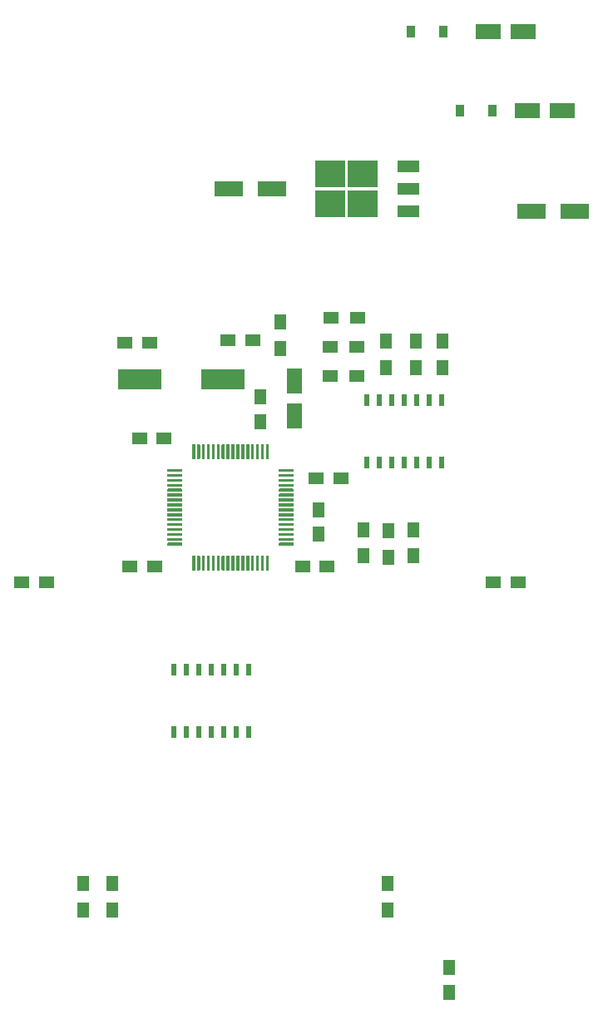
<source format=gbr>
G04 #@! TF.GenerationSoftware,KiCad,Pcbnew,(5.1.0)-1*
G04 #@! TF.CreationDate,2019-07-28T15:16:17+01:00*
G04 #@! TF.ProjectId,oscar,6f736361-722e-46b6-9963-61645f706362,rev?*
G04 #@! TF.SameCoordinates,Original*
G04 #@! TF.FileFunction,Paste,Bot*
G04 #@! TF.FilePolarity,Positive*
%FSLAX46Y46*%
G04 Gerber Fmt 4.6, Leading zero omitted, Abs format (unit mm)*
G04 Created by KiCad (PCBNEW (5.1.0)-1) date 2019-07-28 15:16:17*
%MOMM*%
%LPD*%
G04 APERTURE LIST*
%ADD10R,1.500000X1.300000*%
%ADD11C,0.100000*%
%ADD12C,0.300000*%
%ADD13R,1.500000X1.250000*%
%ADD14R,1.250000X1.500000*%
%ADD15R,3.000000X1.600000*%
%ADD16R,2.600000X1.600000*%
%ADD17R,1.600000X2.600000*%
%ADD18R,0.900000X1.200000*%
%ADD19R,1.300000X1.500000*%
%ADD20R,0.508000X1.143000*%
%ADD21R,3.050000X2.750000*%
%ADD22R,2.200000X1.200000*%
%ADD23R,4.500000X2.000000*%
G04 APERTURE END LIST*
D10*
X166150000Y-89000000D03*
X168850000Y-89000000D03*
D11*
G36*
X152332351Y-95950361D02*
G01*
X152339632Y-95951441D01*
X152346771Y-95953229D01*
X152353701Y-95955709D01*
X152360355Y-95958856D01*
X152366668Y-95962640D01*
X152372579Y-95967024D01*
X152378033Y-95971967D01*
X152382976Y-95977421D01*
X152387360Y-95983332D01*
X152391144Y-95989645D01*
X152394291Y-95996299D01*
X152396771Y-96003229D01*
X152398559Y-96010368D01*
X152399639Y-96017649D01*
X152400000Y-96025000D01*
X152400000Y-97425000D01*
X152399639Y-97432351D01*
X152398559Y-97439632D01*
X152396771Y-97446771D01*
X152394291Y-97453701D01*
X152391144Y-97460355D01*
X152387360Y-97466668D01*
X152382976Y-97472579D01*
X152378033Y-97478033D01*
X152372579Y-97482976D01*
X152366668Y-97487360D01*
X152360355Y-97491144D01*
X152353701Y-97494291D01*
X152346771Y-97496771D01*
X152339632Y-97498559D01*
X152332351Y-97499639D01*
X152325000Y-97500000D01*
X152175000Y-97500000D01*
X152167649Y-97499639D01*
X152160368Y-97498559D01*
X152153229Y-97496771D01*
X152146299Y-97494291D01*
X152139645Y-97491144D01*
X152133332Y-97487360D01*
X152127421Y-97482976D01*
X152121967Y-97478033D01*
X152117024Y-97472579D01*
X152112640Y-97466668D01*
X152108856Y-97460355D01*
X152105709Y-97453701D01*
X152103229Y-97446771D01*
X152101441Y-97439632D01*
X152100361Y-97432351D01*
X152100000Y-97425000D01*
X152100000Y-96025000D01*
X152100361Y-96017649D01*
X152101441Y-96010368D01*
X152103229Y-96003229D01*
X152105709Y-95996299D01*
X152108856Y-95989645D01*
X152112640Y-95983332D01*
X152117024Y-95977421D01*
X152121967Y-95971967D01*
X152127421Y-95967024D01*
X152133332Y-95962640D01*
X152139645Y-95958856D01*
X152146299Y-95955709D01*
X152153229Y-95953229D01*
X152160368Y-95951441D01*
X152167649Y-95950361D01*
X152175000Y-95950000D01*
X152325000Y-95950000D01*
X152332351Y-95950361D01*
X152332351Y-95950361D01*
G37*
D12*
X152250000Y-96725000D03*
D11*
G36*
X152832351Y-95950361D02*
G01*
X152839632Y-95951441D01*
X152846771Y-95953229D01*
X152853701Y-95955709D01*
X152860355Y-95958856D01*
X152866668Y-95962640D01*
X152872579Y-95967024D01*
X152878033Y-95971967D01*
X152882976Y-95977421D01*
X152887360Y-95983332D01*
X152891144Y-95989645D01*
X152894291Y-95996299D01*
X152896771Y-96003229D01*
X152898559Y-96010368D01*
X152899639Y-96017649D01*
X152900000Y-96025000D01*
X152900000Y-97425000D01*
X152899639Y-97432351D01*
X152898559Y-97439632D01*
X152896771Y-97446771D01*
X152894291Y-97453701D01*
X152891144Y-97460355D01*
X152887360Y-97466668D01*
X152882976Y-97472579D01*
X152878033Y-97478033D01*
X152872579Y-97482976D01*
X152866668Y-97487360D01*
X152860355Y-97491144D01*
X152853701Y-97494291D01*
X152846771Y-97496771D01*
X152839632Y-97498559D01*
X152832351Y-97499639D01*
X152825000Y-97500000D01*
X152675000Y-97500000D01*
X152667649Y-97499639D01*
X152660368Y-97498559D01*
X152653229Y-97496771D01*
X152646299Y-97494291D01*
X152639645Y-97491144D01*
X152633332Y-97487360D01*
X152627421Y-97482976D01*
X152621967Y-97478033D01*
X152617024Y-97472579D01*
X152612640Y-97466668D01*
X152608856Y-97460355D01*
X152605709Y-97453701D01*
X152603229Y-97446771D01*
X152601441Y-97439632D01*
X152600361Y-97432351D01*
X152600000Y-97425000D01*
X152600000Y-96025000D01*
X152600361Y-96017649D01*
X152601441Y-96010368D01*
X152603229Y-96003229D01*
X152605709Y-95996299D01*
X152608856Y-95989645D01*
X152612640Y-95983332D01*
X152617024Y-95977421D01*
X152621967Y-95971967D01*
X152627421Y-95967024D01*
X152633332Y-95962640D01*
X152639645Y-95958856D01*
X152646299Y-95955709D01*
X152653229Y-95953229D01*
X152660368Y-95951441D01*
X152667649Y-95950361D01*
X152675000Y-95950000D01*
X152825000Y-95950000D01*
X152832351Y-95950361D01*
X152832351Y-95950361D01*
G37*
D12*
X152750000Y-96725000D03*
D11*
G36*
X153332351Y-95950361D02*
G01*
X153339632Y-95951441D01*
X153346771Y-95953229D01*
X153353701Y-95955709D01*
X153360355Y-95958856D01*
X153366668Y-95962640D01*
X153372579Y-95967024D01*
X153378033Y-95971967D01*
X153382976Y-95977421D01*
X153387360Y-95983332D01*
X153391144Y-95989645D01*
X153394291Y-95996299D01*
X153396771Y-96003229D01*
X153398559Y-96010368D01*
X153399639Y-96017649D01*
X153400000Y-96025000D01*
X153400000Y-97425000D01*
X153399639Y-97432351D01*
X153398559Y-97439632D01*
X153396771Y-97446771D01*
X153394291Y-97453701D01*
X153391144Y-97460355D01*
X153387360Y-97466668D01*
X153382976Y-97472579D01*
X153378033Y-97478033D01*
X153372579Y-97482976D01*
X153366668Y-97487360D01*
X153360355Y-97491144D01*
X153353701Y-97494291D01*
X153346771Y-97496771D01*
X153339632Y-97498559D01*
X153332351Y-97499639D01*
X153325000Y-97500000D01*
X153175000Y-97500000D01*
X153167649Y-97499639D01*
X153160368Y-97498559D01*
X153153229Y-97496771D01*
X153146299Y-97494291D01*
X153139645Y-97491144D01*
X153133332Y-97487360D01*
X153127421Y-97482976D01*
X153121967Y-97478033D01*
X153117024Y-97472579D01*
X153112640Y-97466668D01*
X153108856Y-97460355D01*
X153105709Y-97453701D01*
X153103229Y-97446771D01*
X153101441Y-97439632D01*
X153100361Y-97432351D01*
X153100000Y-97425000D01*
X153100000Y-96025000D01*
X153100361Y-96017649D01*
X153101441Y-96010368D01*
X153103229Y-96003229D01*
X153105709Y-95996299D01*
X153108856Y-95989645D01*
X153112640Y-95983332D01*
X153117024Y-95977421D01*
X153121967Y-95971967D01*
X153127421Y-95967024D01*
X153133332Y-95962640D01*
X153139645Y-95958856D01*
X153146299Y-95955709D01*
X153153229Y-95953229D01*
X153160368Y-95951441D01*
X153167649Y-95950361D01*
X153175000Y-95950000D01*
X153325000Y-95950000D01*
X153332351Y-95950361D01*
X153332351Y-95950361D01*
G37*
D12*
X153250000Y-96725000D03*
D11*
G36*
X153832351Y-95950361D02*
G01*
X153839632Y-95951441D01*
X153846771Y-95953229D01*
X153853701Y-95955709D01*
X153860355Y-95958856D01*
X153866668Y-95962640D01*
X153872579Y-95967024D01*
X153878033Y-95971967D01*
X153882976Y-95977421D01*
X153887360Y-95983332D01*
X153891144Y-95989645D01*
X153894291Y-95996299D01*
X153896771Y-96003229D01*
X153898559Y-96010368D01*
X153899639Y-96017649D01*
X153900000Y-96025000D01*
X153900000Y-97425000D01*
X153899639Y-97432351D01*
X153898559Y-97439632D01*
X153896771Y-97446771D01*
X153894291Y-97453701D01*
X153891144Y-97460355D01*
X153887360Y-97466668D01*
X153882976Y-97472579D01*
X153878033Y-97478033D01*
X153872579Y-97482976D01*
X153866668Y-97487360D01*
X153860355Y-97491144D01*
X153853701Y-97494291D01*
X153846771Y-97496771D01*
X153839632Y-97498559D01*
X153832351Y-97499639D01*
X153825000Y-97500000D01*
X153675000Y-97500000D01*
X153667649Y-97499639D01*
X153660368Y-97498559D01*
X153653229Y-97496771D01*
X153646299Y-97494291D01*
X153639645Y-97491144D01*
X153633332Y-97487360D01*
X153627421Y-97482976D01*
X153621967Y-97478033D01*
X153617024Y-97472579D01*
X153612640Y-97466668D01*
X153608856Y-97460355D01*
X153605709Y-97453701D01*
X153603229Y-97446771D01*
X153601441Y-97439632D01*
X153600361Y-97432351D01*
X153600000Y-97425000D01*
X153600000Y-96025000D01*
X153600361Y-96017649D01*
X153601441Y-96010368D01*
X153603229Y-96003229D01*
X153605709Y-95996299D01*
X153608856Y-95989645D01*
X153612640Y-95983332D01*
X153617024Y-95977421D01*
X153621967Y-95971967D01*
X153627421Y-95967024D01*
X153633332Y-95962640D01*
X153639645Y-95958856D01*
X153646299Y-95955709D01*
X153653229Y-95953229D01*
X153660368Y-95951441D01*
X153667649Y-95950361D01*
X153675000Y-95950000D01*
X153825000Y-95950000D01*
X153832351Y-95950361D01*
X153832351Y-95950361D01*
G37*
D12*
X153750000Y-96725000D03*
D11*
G36*
X154332351Y-95950361D02*
G01*
X154339632Y-95951441D01*
X154346771Y-95953229D01*
X154353701Y-95955709D01*
X154360355Y-95958856D01*
X154366668Y-95962640D01*
X154372579Y-95967024D01*
X154378033Y-95971967D01*
X154382976Y-95977421D01*
X154387360Y-95983332D01*
X154391144Y-95989645D01*
X154394291Y-95996299D01*
X154396771Y-96003229D01*
X154398559Y-96010368D01*
X154399639Y-96017649D01*
X154400000Y-96025000D01*
X154400000Y-97425000D01*
X154399639Y-97432351D01*
X154398559Y-97439632D01*
X154396771Y-97446771D01*
X154394291Y-97453701D01*
X154391144Y-97460355D01*
X154387360Y-97466668D01*
X154382976Y-97472579D01*
X154378033Y-97478033D01*
X154372579Y-97482976D01*
X154366668Y-97487360D01*
X154360355Y-97491144D01*
X154353701Y-97494291D01*
X154346771Y-97496771D01*
X154339632Y-97498559D01*
X154332351Y-97499639D01*
X154325000Y-97500000D01*
X154175000Y-97500000D01*
X154167649Y-97499639D01*
X154160368Y-97498559D01*
X154153229Y-97496771D01*
X154146299Y-97494291D01*
X154139645Y-97491144D01*
X154133332Y-97487360D01*
X154127421Y-97482976D01*
X154121967Y-97478033D01*
X154117024Y-97472579D01*
X154112640Y-97466668D01*
X154108856Y-97460355D01*
X154105709Y-97453701D01*
X154103229Y-97446771D01*
X154101441Y-97439632D01*
X154100361Y-97432351D01*
X154100000Y-97425000D01*
X154100000Y-96025000D01*
X154100361Y-96017649D01*
X154101441Y-96010368D01*
X154103229Y-96003229D01*
X154105709Y-95996299D01*
X154108856Y-95989645D01*
X154112640Y-95983332D01*
X154117024Y-95977421D01*
X154121967Y-95971967D01*
X154127421Y-95967024D01*
X154133332Y-95962640D01*
X154139645Y-95958856D01*
X154146299Y-95955709D01*
X154153229Y-95953229D01*
X154160368Y-95951441D01*
X154167649Y-95950361D01*
X154175000Y-95950000D01*
X154325000Y-95950000D01*
X154332351Y-95950361D01*
X154332351Y-95950361D01*
G37*
D12*
X154250000Y-96725000D03*
D11*
G36*
X154832351Y-95950361D02*
G01*
X154839632Y-95951441D01*
X154846771Y-95953229D01*
X154853701Y-95955709D01*
X154860355Y-95958856D01*
X154866668Y-95962640D01*
X154872579Y-95967024D01*
X154878033Y-95971967D01*
X154882976Y-95977421D01*
X154887360Y-95983332D01*
X154891144Y-95989645D01*
X154894291Y-95996299D01*
X154896771Y-96003229D01*
X154898559Y-96010368D01*
X154899639Y-96017649D01*
X154900000Y-96025000D01*
X154900000Y-97425000D01*
X154899639Y-97432351D01*
X154898559Y-97439632D01*
X154896771Y-97446771D01*
X154894291Y-97453701D01*
X154891144Y-97460355D01*
X154887360Y-97466668D01*
X154882976Y-97472579D01*
X154878033Y-97478033D01*
X154872579Y-97482976D01*
X154866668Y-97487360D01*
X154860355Y-97491144D01*
X154853701Y-97494291D01*
X154846771Y-97496771D01*
X154839632Y-97498559D01*
X154832351Y-97499639D01*
X154825000Y-97500000D01*
X154675000Y-97500000D01*
X154667649Y-97499639D01*
X154660368Y-97498559D01*
X154653229Y-97496771D01*
X154646299Y-97494291D01*
X154639645Y-97491144D01*
X154633332Y-97487360D01*
X154627421Y-97482976D01*
X154621967Y-97478033D01*
X154617024Y-97472579D01*
X154612640Y-97466668D01*
X154608856Y-97460355D01*
X154605709Y-97453701D01*
X154603229Y-97446771D01*
X154601441Y-97439632D01*
X154600361Y-97432351D01*
X154600000Y-97425000D01*
X154600000Y-96025000D01*
X154600361Y-96017649D01*
X154601441Y-96010368D01*
X154603229Y-96003229D01*
X154605709Y-95996299D01*
X154608856Y-95989645D01*
X154612640Y-95983332D01*
X154617024Y-95977421D01*
X154621967Y-95971967D01*
X154627421Y-95967024D01*
X154633332Y-95962640D01*
X154639645Y-95958856D01*
X154646299Y-95955709D01*
X154653229Y-95953229D01*
X154660368Y-95951441D01*
X154667649Y-95950361D01*
X154675000Y-95950000D01*
X154825000Y-95950000D01*
X154832351Y-95950361D01*
X154832351Y-95950361D01*
G37*
D12*
X154750000Y-96725000D03*
D11*
G36*
X155332351Y-95950361D02*
G01*
X155339632Y-95951441D01*
X155346771Y-95953229D01*
X155353701Y-95955709D01*
X155360355Y-95958856D01*
X155366668Y-95962640D01*
X155372579Y-95967024D01*
X155378033Y-95971967D01*
X155382976Y-95977421D01*
X155387360Y-95983332D01*
X155391144Y-95989645D01*
X155394291Y-95996299D01*
X155396771Y-96003229D01*
X155398559Y-96010368D01*
X155399639Y-96017649D01*
X155400000Y-96025000D01*
X155400000Y-97425000D01*
X155399639Y-97432351D01*
X155398559Y-97439632D01*
X155396771Y-97446771D01*
X155394291Y-97453701D01*
X155391144Y-97460355D01*
X155387360Y-97466668D01*
X155382976Y-97472579D01*
X155378033Y-97478033D01*
X155372579Y-97482976D01*
X155366668Y-97487360D01*
X155360355Y-97491144D01*
X155353701Y-97494291D01*
X155346771Y-97496771D01*
X155339632Y-97498559D01*
X155332351Y-97499639D01*
X155325000Y-97500000D01*
X155175000Y-97500000D01*
X155167649Y-97499639D01*
X155160368Y-97498559D01*
X155153229Y-97496771D01*
X155146299Y-97494291D01*
X155139645Y-97491144D01*
X155133332Y-97487360D01*
X155127421Y-97482976D01*
X155121967Y-97478033D01*
X155117024Y-97472579D01*
X155112640Y-97466668D01*
X155108856Y-97460355D01*
X155105709Y-97453701D01*
X155103229Y-97446771D01*
X155101441Y-97439632D01*
X155100361Y-97432351D01*
X155100000Y-97425000D01*
X155100000Y-96025000D01*
X155100361Y-96017649D01*
X155101441Y-96010368D01*
X155103229Y-96003229D01*
X155105709Y-95996299D01*
X155108856Y-95989645D01*
X155112640Y-95983332D01*
X155117024Y-95977421D01*
X155121967Y-95971967D01*
X155127421Y-95967024D01*
X155133332Y-95962640D01*
X155139645Y-95958856D01*
X155146299Y-95955709D01*
X155153229Y-95953229D01*
X155160368Y-95951441D01*
X155167649Y-95950361D01*
X155175000Y-95950000D01*
X155325000Y-95950000D01*
X155332351Y-95950361D01*
X155332351Y-95950361D01*
G37*
D12*
X155250000Y-96725000D03*
D11*
G36*
X155832351Y-95950361D02*
G01*
X155839632Y-95951441D01*
X155846771Y-95953229D01*
X155853701Y-95955709D01*
X155860355Y-95958856D01*
X155866668Y-95962640D01*
X155872579Y-95967024D01*
X155878033Y-95971967D01*
X155882976Y-95977421D01*
X155887360Y-95983332D01*
X155891144Y-95989645D01*
X155894291Y-95996299D01*
X155896771Y-96003229D01*
X155898559Y-96010368D01*
X155899639Y-96017649D01*
X155900000Y-96025000D01*
X155900000Y-97425000D01*
X155899639Y-97432351D01*
X155898559Y-97439632D01*
X155896771Y-97446771D01*
X155894291Y-97453701D01*
X155891144Y-97460355D01*
X155887360Y-97466668D01*
X155882976Y-97472579D01*
X155878033Y-97478033D01*
X155872579Y-97482976D01*
X155866668Y-97487360D01*
X155860355Y-97491144D01*
X155853701Y-97494291D01*
X155846771Y-97496771D01*
X155839632Y-97498559D01*
X155832351Y-97499639D01*
X155825000Y-97500000D01*
X155675000Y-97500000D01*
X155667649Y-97499639D01*
X155660368Y-97498559D01*
X155653229Y-97496771D01*
X155646299Y-97494291D01*
X155639645Y-97491144D01*
X155633332Y-97487360D01*
X155627421Y-97482976D01*
X155621967Y-97478033D01*
X155617024Y-97472579D01*
X155612640Y-97466668D01*
X155608856Y-97460355D01*
X155605709Y-97453701D01*
X155603229Y-97446771D01*
X155601441Y-97439632D01*
X155600361Y-97432351D01*
X155600000Y-97425000D01*
X155600000Y-96025000D01*
X155600361Y-96017649D01*
X155601441Y-96010368D01*
X155603229Y-96003229D01*
X155605709Y-95996299D01*
X155608856Y-95989645D01*
X155612640Y-95983332D01*
X155617024Y-95977421D01*
X155621967Y-95971967D01*
X155627421Y-95967024D01*
X155633332Y-95962640D01*
X155639645Y-95958856D01*
X155646299Y-95955709D01*
X155653229Y-95953229D01*
X155660368Y-95951441D01*
X155667649Y-95950361D01*
X155675000Y-95950000D01*
X155825000Y-95950000D01*
X155832351Y-95950361D01*
X155832351Y-95950361D01*
G37*
D12*
X155750000Y-96725000D03*
D11*
G36*
X156332351Y-95950361D02*
G01*
X156339632Y-95951441D01*
X156346771Y-95953229D01*
X156353701Y-95955709D01*
X156360355Y-95958856D01*
X156366668Y-95962640D01*
X156372579Y-95967024D01*
X156378033Y-95971967D01*
X156382976Y-95977421D01*
X156387360Y-95983332D01*
X156391144Y-95989645D01*
X156394291Y-95996299D01*
X156396771Y-96003229D01*
X156398559Y-96010368D01*
X156399639Y-96017649D01*
X156400000Y-96025000D01*
X156400000Y-97425000D01*
X156399639Y-97432351D01*
X156398559Y-97439632D01*
X156396771Y-97446771D01*
X156394291Y-97453701D01*
X156391144Y-97460355D01*
X156387360Y-97466668D01*
X156382976Y-97472579D01*
X156378033Y-97478033D01*
X156372579Y-97482976D01*
X156366668Y-97487360D01*
X156360355Y-97491144D01*
X156353701Y-97494291D01*
X156346771Y-97496771D01*
X156339632Y-97498559D01*
X156332351Y-97499639D01*
X156325000Y-97500000D01*
X156175000Y-97500000D01*
X156167649Y-97499639D01*
X156160368Y-97498559D01*
X156153229Y-97496771D01*
X156146299Y-97494291D01*
X156139645Y-97491144D01*
X156133332Y-97487360D01*
X156127421Y-97482976D01*
X156121967Y-97478033D01*
X156117024Y-97472579D01*
X156112640Y-97466668D01*
X156108856Y-97460355D01*
X156105709Y-97453701D01*
X156103229Y-97446771D01*
X156101441Y-97439632D01*
X156100361Y-97432351D01*
X156100000Y-97425000D01*
X156100000Y-96025000D01*
X156100361Y-96017649D01*
X156101441Y-96010368D01*
X156103229Y-96003229D01*
X156105709Y-95996299D01*
X156108856Y-95989645D01*
X156112640Y-95983332D01*
X156117024Y-95977421D01*
X156121967Y-95971967D01*
X156127421Y-95967024D01*
X156133332Y-95962640D01*
X156139645Y-95958856D01*
X156146299Y-95955709D01*
X156153229Y-95953229D01*
X156160368Y-95951441D01*
X156167649Y-95950361D01*
X156175000Y-95950000D01*
X156325000Y-95950000D01*
X156332351Y-95950361D01*
X156332351Y-95950361D01*
G37*
D12*
X156250000Y-96725000D03*
D11*
G36*
X156832351Y-95950361D02*
G01*
X156839632Y-95951441D01*
X156846771Y-95953229D01*
X156853701Y-95955709D01*
X156860355Y-95958856D01*
X156866668Y-95962640D01*
X156872579Y-95967024D01*
X156878033Y-95971967D01*
X156882976Y-95977421D01*
X156887360Y-95983332D01*
X156891144Y-95989645D01*
X156894291Y-95996299D01*
X156896771Y-96003229D01*
X156898559Y-96010368D01*
X156899639Y-96017649D01*
X156900000Y-96025000D01*
X156900000Y-97425000D01*
X156899639Y-97432351D01*
X156898559Y-97439632D01*
X156896771Y-97446771D01*
X156894291Y-97453701D01*
X156891144Y-97460355D01*
X156887360Y-97466668D01*
X156882976Y-97472579D01*
X156878033Y-97478033D01*
X156872579Y-97482976D01*
X156866668Y-97487360D01*
X156860355Y-97491144D01*
X156853701Y-97494291D01*
X156846771Y-97496771D01*
X156839632Y-97498559D01*
X156832351Y-97499639D01*
X156825000Y-97500000D01*
X156675000Y-97500000D01*
X156667649Y-97499639D01*
X156660368Y-97498559D01*
X156653229Y-97496771D01*
X156646299Y-97494291D01*
X156639645Y-97491144D01*
X156633332Y-97487360D01*
X156627421Y-97482976D01*
X156621967Y-97478033D01*
X156617024Y-97472579D01*
X156612640Y-97466668D01*
X156608856Y-97460355D01*
X156605709Y-97453701D01*
X156603229Y-97446771D01*
X156601441Y-97439632D01*
X156600361Y-97432351D01*
X156600000Y-97425000D01*
X156600000Y-96025000D01*
X156600361Y-96017649D01*
X156601441Y-96010368D01*
X156603229Y-96003229D01*
X156605709Y-95996299D01*
X156608856Y-95989645D01*
X156612640Y-95983332D01*
X156617024Y-95977421D01*
X156621967Y-95971967D01*
X156627421Y-95967024D01*
X156633332Y-95962640D01*
X156639645Y-95958856D01*
X156646299Y-95955709D01*
X156653229Y-95953229D01*
X156660368Y-95951441D01*
X156667649Y-95950361D01*
X156675000Y-95950000D01*
X156825000Y-95950000D01*
X156832351Y-95950361D01*
X156832351Y-95950361D01*
G37*
D12*
X156750000Y-96725000D03*
D11*
G36*
X157332351Y-95950361D02*
G01*
X157339632Y-95951441D01*
X157346771Y-95953229D01*
X157353701Y-95955709D01*
X157360355Y-95958856D01*
X157366668Y-95962640D01*
X157372579Y-95967024D01*
X157378033Y-95971967D01*
X157382976Y-95977421D01*
X157387360Y-95983332D01*
X157391144Y-95989645D01*
X157394291Y-95996299D01*
X157396771Y-96003229D01*
X157398559Y-96010368D01*
X157399639Y-96017649D01*
X157400000Y-96025000D01*
X157400000Y-97425000D01*
X157399639Y-97432351D01*
X157398559Y-97439632D01*
X157396771Y-97446771D01*
X157394291Y-97453701D01*
X157391144Y-97460355D01*
X157387360Y-97466668D01*
X157382976Y-97472579D01*
X157378033Y-97478033D01*
X157372579Y-97482976D01*
X157366668Y-97487360D01*
X157360355Y-97491144D01*
X157353701Y-97494291D01*
X157346771Y-97496771D01*
X157339632Y-97498559D01*
X157332351Y-97499639D01*
X157325000Y-97500000D01*
X157175000Y-97500000D01*
X157167649Y-97499639D01*
X157160368Y-97498559D01*
X157153229Y-97496771D01*
X157146299Y-97494291D01*
X157139645Y-97491144D01*
X157133332Y-97487360D01*
X157127421Y-97482976D01*
X157121967Y-97478033D01*
X157117024Y-97472579D01*
X157112640Y-97466668D01*
X157108856Y-97460355D01*
X157105709Y-97453701D01*
X157103229Y-97446771D01*
X157101441Y-97439632D01*
X157100361Y-97432351D01*
X157100000Y-97425000D01*
X157100000Y-96025000D01*
X157100361Y-96017649D01*
X157101441Y-96010368D01*
X157103229Y-96003229D01*
X157105709Y-95996299D01*
X157108856Y-95989645D01*
X157112640Y-95983332D01*
X157117024Y-95977421D01*
X157121967Y-95971967D01*
X157127421Y-95967024D01*
X157133332Y-95962640D01*
X157139645Y-95958856D01*
X157146299Y-95955709D01*
X157153229Y-95953229D01*
X157160368Y-95951441D01*
X157167649Y-95950361D01*
X157175000Y-95950000D01*
X157325000Y-95950000D01*
X157332351Y-95950361D01*
X157332351Y-95950361D01*
G37*
D12*
X157250000Y-96725000D03*
D11*
G36*
X157832351Y-95950361D02*
G01*
X157839632Y-95951441D01*
X157846771Y-95953229D01*
X157853701Y-95955709D01*
X157860355Y-95958856D01*
X157866668Y-95962640D01*
X157872579Y-95967024D01*
X157878033Y-95971967D01*
X157882976Y-95977421D01*
X157887360Y-95983332D01*
X157891144Y-95989645D01*
X157894291Y-95996299D01*
X157896771Y-96003229D01*
X157898559Y-96010368D01*
X157899639Y-96017649D01*
X157900000Y-96025000D01*
X157900000Y-97425000D01*
X157899639Y-97432351D01*
X157898559Y-97439632D01*
X157896771Y-97446771D01*
X157894291Y-97453701D01*
X157891144Y-97460355D01*
X157887360Y-97466668D01*
X157882976Y-97472579D01*
X157878033Y-97478033D01*
X157872579Y-97482976D01*
X157866668Y-97487360D01*
X157860355Y-97491144D01*
X157853701Y-97494291D01*
X157846771Y-97496771D01*
X157839632Y-97498559D01*
X157832351Y-97499639D01*
X157825000Y-97500000D01*
X157675000Y-97500000D01*
X157667649Y-97499639D01*
X157660368Y-97498559D01*
X157653229Y-97496771D01*
X157646299Y-97494291D01*
X157639645Y-97491144D01*
X157633332Y-97487360D01*
X157627421Y-97482976D01*
X157621967Y-97478033D01*
X157617024Y-97472579D01*
X157612640Y-97466668D01*
X157608856Y-97460355D01*
X157605709Y-97453701D01*
X157603229Y-97446771D01*
X157601441Y-97439632D01*
X157600361Y-97432351D01*
X157600000Y-97425000D01*
X157600000Y-96025000D01*
X157600361Y-96017649D01*
X157601441Y-96010368D01*
X157603229Y-96003229D01*
X157605709Y-95996299D01*
X157608856Y-95989645D01*
X157612640Y-95983332D01*
X157617024Y-95977421D01*
X157621967Y-95971967D01*
X157627421Y-95967024D01*
X157633332Y-95962640D01*
X157639645Y-95958856D01*
X157646299Y-95955709D01*
X157653229Y-95953229D01*
X157660368Y-95951441D01*
X157667649Y-95950361D01*
X157675000Y-95950000D01*
X157825000Y-95950000D01*
X157832351Y-95950361D01*
X157832351Y-95950361D01*
G37*
D12*
X157750000Y-96725000D03*
D11*
G36*
X158332351Y-95950361D02*
G01*
X158339632Y-95951441D01*
X158346771Y-95953229D01*
X158353701Y-95955709D01*
X158360355Y-95958856D01*
X158366668Y-95962640D01*
X158372579Y-95967024D01*
X158378033Y-95971967D01*
X158382976Y-95977421D01*
X158387360Y-95983332D01*
X158391144Y-95989645D01*
X158394291Y-95996299D01*
X158396771Y-96003229D01*
X158398559Y-96010368D01*
X158399639Y-96017649D01*
X158400000Y-96025000D01*
X158400000Y-97425000D01*
X158399639Y-97432351D01*
X158398559Y-97439632D01*
X158396771Y-97446771D01*
X158394291Y-97453701D01*
X158391144Y-97460355D01*
X158387360Y-97466668D01*
X158382976Y-97472579D01*
X158378033Y-97478033D01*
X158372579Y-97482976D01*
X158366668Y-97487360D01*
X158360355Y-97491144D01*
X158353701Y-97494291D01*
X158346771Y-97496771D01*
X158339632Y-97498559D01*
X158332351Y-97499639D01*
X158325000Y-97500000D01*
X158175000Y-97500000D01*
X158167649Y-97499639D01*
X158160368Y-97498559D01*
X158153229Y-97496771D01*
X158146299Y-97494291D01*
X158139645Y-97491144D01*
X158133332Y-97487360D01*
X158127421Y-97482976D01*
X158121967Y-97478033D01*
X158117024Y-97472579D01*
X158112640Y-97466668D01*
X158108856Y-97460355D01*
X158105709Y-97453701D01*
X158103229Y-97446771D01*
X158101441Y-97439632D01*
X158100361Y-97432351D01*
X158100000Y-97425000D01*
X158100000Y-96025000D01*
X158100361Y-96017649D01*
X158101441Y-96010368D01*
X158103229Y-96003229D01*
X158105709Y-95996299D01*
X158108856Y-95989645D01*
X158112640Y-95983332D01*
X158117024Y-95977421D01*
X158121967Y-95971967D01*
X158127421Y-95967024D01*
X158133332Y-95962640D01*
X158139645Y-95958856D01*
X158146299Y-95955709D01*
X158153229Y-95953229D01*
X158160368Y-95951441D01*
X158167649Y-95950361D01*
X158175000Y-95950000D01*
X158325000Y-95950000D01*
X158332351Y-95950361D01*
X158332351Y-95950361D01*
G37*
D12*
X158250000Y-96725000D03*
D11*
G36*
X158832351Y-95950361D02*
G01*
X158839632Y-95951441D01*
X158846771Y-95953229D01*
X158853701Y-95955709D01*
X158860355Y-95958856D01*
X158866668Y-95962640D01*
X158872579Y-95967024D01*
X158878033Y-95971967D01*
X158882976Y-95977421D01*
X158887360Y-95983332D01*
X158891144Y-95989645D01*
X158894291Y-95996299D01*
X158896771Y-96003229D01*
X158898559Y-96010368D01*
X158899639Y-96017649D01*
X158900000Y-96025000D01*
X158900000Y-97425000D01*
X158899639Y-97432351D01*
X158898559Y-97439632D01*
X158896771Y-97446771D01*
X158894291Y-97453701D01*
X158891144Y-97460355D01*
X158887360Y-97466668D01*
X158882976Y-97472579D01*
X158878033Y-97478033D01*
X158872579Y-97482976D01*
X158866668Y-97487360D01*
X158860355Y-97491144D01*
X158853701Y-97494291D01*
X158846771Y-97496771D01*
X158839632Y-97498559D01*
X158832351Y-97499639D01*
X158825000Y-97500000D01*
X158675000Y-97500000D01*
X158667649Y-97499639D01*
X158660368Y-97498559D01*
X158653229Y-97496771D01*
X158646299Y-97494291D01*
X158639645Y-97491144D01*
X158633332Y-97487360D01*
X158627421Y-97482976D01*
X158621967Y-97478033D01*
X158617024Y-97472579D01*
X158612640Y-97466668D01*
X158608856Y-97460355D01*
X158605709Y-97453701D01*
X158603229Y-97446771D01*
X158601441Y-97439632D01*
X158600361Y-97432351D01*
X158600000Y-97425000D01*
X158600000Y-96025000D01*
X158600361Y-96017649D01*
X158601441Y-96010368D01*
X158603229Y-96003229D01*
X158605709Y-95996299D01*
X158608856Y-95989645D01*
X158612640Y-95983332D01*
X158617024Y-95977421D01*
X158621967Y-95971967D01*
X158627421Y-95967024D01*
X158633332Y-95962640D01*
X158639645Y-95958856D01*
X158646299Y-95955709D01*
X158653229Y-95953229D01*
X158660368Y-95951441D01*
X158667649Y-95950361D01*
X158675000Y-95950000D01*
X158825000Y-95950000D01*
X158832351Y-95950361D01*
X158832351Y-95950361D01*
G37*
D12*
X158750000Y-96725000D03*
D11*
G36*
X159332351Y-95950361D02*
G01*
X159339632Y-95951441D01*
X159346771Y-95953229D01*
X159353701Y-95955709D01*
X159360355Y-95958856D01*
X159366668Y-95962640D01*
X159372579Y-95967024D01*
X159378033Y-95971967D01*
X159382976Y-95977421D01*
X159387360Y-95983332D01*
X159391144Y-95989645D01*
X159394291Y-95996299D01*
X159396771Y-96003229D01*
X159398559Y-96010368D01*
X159399639Y-96017649D01*
X159400000Y-96025000D01*
X159400000Y-97425000D01*
X159399639Y-97432351D01*
X159398559Y-97439632D01*
X159396771Y-97446771D01*
X159394291Y-97453701D01*
X159391144Y-97460355D01*
X159387360Y-97466668D01*
X159382976Y-97472579D01*
X159378033Y-97478033D01*
X159372579Y-97482976D01*
X159366668Y-97487360D01*
X159360355Y-97491144D01*
X159353701Y-97494291D01*
X159346771Y-97496771D01*
X159339632Y-97498559D01*
X159332351Y-97499639D01*
X159325000Y-97500000D01*
X159175000Y-97500000D01*
X159167649Y-97499639D01*
X159160368Y-97498559D01*
X159153229Y-97496771D01*
X159146299Y-97494291D01*
X159139645Y-97491144D01*
X159133332Y-97487360D01*
X159127421Y-97482976D01*
X159121967Y-97478033D01*
X159117024Y-97472579D01*
X159112640Y-97466668D01*
X159108856Y-97460355D01*
X159105709Y-97453701D01*
X159103229Y-97446771D01*
X159101441Y-97439632D01*
X159100361Y-97432351D01*
X159100000Y-97425000D01*
X159100000Y-96025000D01*
X159100361Y-96017649D01*
X159101441Y-96010368D01*
X159103229Y-96003229D01*
X159105709Y-95996299D01*
X159108856Y-95989645D01*
X159112640Y-95983332D01*
X159117024Y-95977421D01*
X159121967Y-95971967D01*
X159127421Y-95967024D01*
X159133332Y-95962640D01*
X159139645Y-95958856D01*
X159146299Y-95955709D01*
X159153229Y-95953229D01*
X159160368Y-95951441D01*
X159167649Y-95950361D01*
X159175000Y-95950000D01*
X159325000Y-95950000D01*
X159332351Y-95950361D01*
X159332351Y-95950361D01*
G37*
D12*
X159250000Y-96725000D03*
D11*
G36*
X159832351Y-95950361D02*
G01*
X159839632Y-95951441D01*
X159846771Y-95953229D01*
X159853701Y-95955709D01*
X159860355Y-95958856D01*
X159866668Y-95962640D01*
X159872579Y-95967024D01*
X159878033Y-95971967D01*
X159882976Y-95977421D01*
X159887360Y-95983332D01*
X159891144Y-95989645D01*
X159894291Y-95996299D01*
X159896771Y-96003229D01*
X159898559Y-96010368D01*
X159899639Y-96017649D01*
X159900000Y-96025000D01*
X159900000Y-97425000D01*
X159899639Y-97432351D01*
X159898559Y-97439632D01*
X159896771Y-97446771D01*
X159894291Y-97453701D01*
X159891144Y-97460355D01*
X159887360Y-97466668D01*
X159882976Y-97472579D01*
X159878033Y-97478033D01*
X159872579Y-97482976D01*
X159866668Y-97487360D01*
X159860355Y-97491144D01*
X159853701Y-97494291D01*
X159846771Y-97496771D01*
X159839632Y-97498559D01*
X159832351Y-97499639D01*
X159825000Y-97500000D01*
X159675000Y-97500000D01*
X159667649Y-97499639D01*
X159660368Y-97498559D01*
X159653229Y-97496771D01*
X159646299Y-97494291D01*
X159639645Y-97491144D01*
X159633332Y-97487360D01*
X159627421Y-97482976D01*
X159621967Y-97478033D01*
X159617024Y-97472579D01*
X159612640Y-97466668D01*
X159608856Y-97460355D01*
X159605709Y-97453701D01*
X159603229Y-97446771D01*
X159601441Y-97439632D01*
X159600361Y-97432351D01*
X159600000Y-97425000D01*
X159600000Y-96025000D01*
X159600361Y-96017649D01*
X159601441Y-96010368D01*
X159603229Y-96003229D01*
X159605709Y-95996299D01*
X159608856Y-95989645D01*
X159612640Y-95983332D01*
X159617024Y-95977421D01*
X159621967Y-95971967D01*
X159627421Y-95967024D01*
X159633332Y-95962640D01*
X159639645Y-95958856D01*
X159646299Y-95955709D01*
X159653229Y-95953229D01*
X159660368Y-95951441D01*
X159667649Y-95950361D01*
X159675000Y-95950000D01*
X159825000Y-95950000D01*
X159832351Y-95950361D01*
X159832351Y-95950361D01*
G37*
D12*
X159750000Y-96725000D03*
D11*
G36*
X162382351Y-98500361D02*
G01*
X162389632Y-98501441D01*
X162396771Y-98503229D01*
X162403701Y-98505709D01*
X162410355Y-98508856D01*
X162416668Y-98512640D01*
X162422579Y-98517024D01*
X162428033Y-98521967D01*
X162432976Y-98527421D01*
X162437360Y-98533332D01*
X162441144Y-98539645D01*
X162444291Y-98546299D01*
X162446771Y-98553229D01*
X162448559Y-98560368D01*
X162449639Y-98567649D01*
X162450000Y-98575000D01*
X162450000Y-98725000D01*
X162449639Y-98732351D01*
X162448559Y-98739632D01*
X162446771Y-98746771D01*
X162444291Y-98753701D01*
X162441144Y-98760355D01*
X162437360Y-98766668D01*
X162432976Y-98772579D01*
X162428033Y-98778033D01*
X162422579Y-98782976D01*
X162416668Y-98787360D01*
X162410355Y-98791144D01*
X162403701Y-98794291D01*
X162396771Y-98796771D01*
X162389632Y-98798559D01*
X162382351Y-98799639D01*
X162375000Y-98800000D01*
X160975000Y-98800000D01*
X160967649Y-98799639D01*
X160960368Y-98798559D01*
X160953229Y-98796771D01*
X160946299Y-98794291D01*
X160939645Y-98791144D01*
X160933332Y-98787360D01*
X160927421Y-98782976D01*
X160921967Y-98778033D01*
X160917024Y-98772579D01*
X160912640Y-98766668D01*
X160908856Y-98760355D01*
X160905709Y-98753701D01*
X160903229Y-98746771D01*
X160901441Y-98739632D01*
X160900361Y-98732351D01*
X160900000Y-98725000D01*
X160900000Y-98575000D01*
X160900361Y-98567649D01*
X160901441Y-98560368D01*
X160903229Y-98553229D01*
X160905709Y-98546299D01*
X160908856Y-98539645D01*
X160912640Y-98533332D01*
X160917024Y-98527421D01*
X160921967Y-98521967D01*
X160927421Y-98517024D01*
X160933332Y-98512640D01*
X160939645Y-98508856D01*
X160946299Y-98505709D01*
X160953229Y-98503229D01*
X160960368Y-98501441D01*
X160967649Y-98500361D01*
X160975000Y-98500000D01*
X162375000Y-98500000D01*
X162382351Y-98500361D01*
X162382351Y-98500361D01*
G37*
D12*
X161675000Y-98650000D03*
D11*
G36*
X162382351Y-99000361D02*
G01*
X162389632Y-99001441D01*
X162396771Y-99003229D01*
X162403701Y-99005709D01*
X162410355Y-99008856D01*
X162416668Y-99012640D01*
X162422579Y-99017024D01*
X162428033Y-99021967D01*
X162432976Y-99027421D01*
X162437360Y-99033332D01*
X162441144Y-99039645D01*
X162444291Y-99046299D01*
X162446771Y-99053229D01*
X162448559Y-99060368D01*
X162449639Y-99067649D01*
X162450000Y-99075000D01*
X162450000Y-99225000D01*
X162449639Y-99232351D01*
X162448559Y-99239632D01*
X162446771Y-99246771D01*
X162444291Y-99253701D01*
X162441144Y-99260355D01*
X162437360Y-99266668D01*
X162432976Y-99272579D01*
X162428033Y-99278033D01*
X162422579Y-99282976D01*
X162416668Y-99287360D01*
X162410355Y-99291144D01*
X162403701Y-99294291D01*
X162396771Y-99296771D01*
X162389632Y-99298559D01*
X162382351Y-99299639D01*
X162375000Y-99300000D01*
X160975000Y-99300000D01*
X160967649Y-99299639D01*
X160960368Y-99298559D01*
X160953229Y-99296771D01*
X160946299Y-99294291D01*
X160939645Y-99291144D01*
X160933332Y-99287360D01*
X160927421Y-99282976D01*
X160921967Y-99278033D01*
X160917024Y-99272579D01*
X160912640Y-99266668D01*
X160908856Y-99260355D01*
X160905709Y-99253701D01*
X160903229Y-99246771D01*
X160901441Y-99239632D01*
X160900361Y-99232351D01*
X160900000Y-99225000D01*
X160900000Y-99075000D01*
X160900361Y-99067649D01*
X160901441Y-99060368D01*
X160903229Y-99053229D01*
X160905709Y-99046299D01*
X160908856Y-99039645D01*
X160912640Y-99033332D01*
X160917024Y-99027421D01*
X160921967Y-99021967D01*
X160927421Y-99017024D01*
X160933332Y-99012640D01*
X160939645Y-99008856D01*
X160946299Y-99005709D01*
X160953229Y-99003229D01*
X160960368Y-99001441D01*
X160967649Y-99000361D01*
X160975000Y-99000000D01*
X162375000Y-99000000D01*
X162382351Y-99000361D01*
X162382351Y-99000361D01*
G37*
D12*
X161675000Y-99150000D03*
D11*
G36*
X162382351Y-99500361D02*
G01*
X162389632Y-99501441D01*
X162396771Y-99503229D01*
X162403701Y-99505709D01*
X162410355Y-99508856D01*
X162416668Y-99512640D01*
X162422579Y-99517024D01*
X162428033Y-99521967D01*
X162432976Y-99527421D01*
X162437360Y-99533332D01*
X162441144Y-99539645D01*
X162444291Y-99546299D01*
X162446771Y-99553229D01*
X162448559Y-99560368D01*
X162449639Y-99567649D01*
X162450000Y-99575000D01*
X162450000Y-99725000D01*
X162449639Y-99732351D01*
X162448559Y-99739632D01*
X162446771Y-99746771D01*
X162444291Y-99753701D01*
X162441144Y-99760355D01*
X162437360Y-99766668D01*
X162432976Y-99772579D01*
X162428033Y-99778033D01*
X162422579Y-99782976D01*
X162416668Y-99787360D01*
X162410355Y-99791144D01*
X162403701Y-99794291D01*
X162396771Y-99796771D01*
X162389632Y-99798559D01*
X162382351Y-99799639D01*
X162375000Y-99800000D01*
X160975000Y-99800000D01*
X160967649Y-99799639D01*
X160960368Y-99798559D01*
X160953229Y-99796771D01*
X160946299Y-99794291D01*
X160939645Y-99791144D01*
X160933332Y-99787360D01*
X160927421Y-99782976D01*
X160921967Y-99778033D01*
X160917024Y-99772579D01*
X160912640Y-99766668D01*
X160908856Y-99760355D01*
X160905709Y-99753701D01*
X160903229Y-99746771D01*
X160901441Y-99739632D01*
X160900361Y-99732351D01*
X160900000Y-99725000D01*
X160900000Y-99575000D01*
X160900361Y-99567649D01*
X160901441Y-99560368D01*
X160903229Y-99553229D01*
X160905709Y-99546299D01*
X160908856Y-99539645D01*
X160912640Y-99533332D01*
X160917024Y-99527421D01*
X160921967Y-99521967D01*
X160927421Y-99517024D01*
X160933332Y-99512640D01*
X160939645Y-99508856D01*
X160946299Y-99505709D01*
X160953229Y-99503229D01*
X160960368Y-99501441D01*
X160967649Y-99500361D01*
X160975000Y-99500000D01*
X162375000Y-99500000D01*
X162382351Y-99500361D01*
X162382351Y-99500361D01*
G37*
D12*
X161675000Y-99650000D03*
D11*
G36*
X162382351Y-100000361D02*
G01*
X162389632Y-100001441D01*
X162396771Y-100003229D01*
X162403701Y-100005709D01*
X162410355Y-100008856D01*
X162416668Y-100012640D01*
X162422579Y-100017024D01*
X162428033Y-100021967D01*
X162432976Y-100027421D01*
X162437360Y-100033332D01*
X162441144Y-100039645D01*
X162444291Y-100046299D01*
X162446771Y-100053229D01*
X162448559Y-100060368D01*
X162449639Y-100067649D01*
X162450000Y-100075000D01*
X162450000Y-100225000D01*
X162449639Y-100232351D01*
X162448559Y-100239632D01*
X162446771Y-100246771D01*
X162444291Y-100253701D01*
X162441144Y-100260355D01*
X162437360Y-100266668D01*
X162432976Y-100272579D01*
X162428033Y-100278033D01*
X162422579Y-100282976D01*
X162416668Y-100287360D01*
X162410355Y-100291144D01*
X162403701Y-100294291D01*
X162396771Y-100296771D01*
X162389632Y-100298559D01*
X162382351Y-100299639D01*
X162375000Y-100300000D01*
X160975000Y-100300000D01*
X160967649Y-100299639D01*
X160960368Y-100298559D01*
X160953229Y-100296771D01*
X160946299Y-100294291D01*
X160939645Y-100291144D01*
X160933332Y-100287360D01*
X160927421Y-100282976D01*
X160921967Y-100278033D01*
X160917024Y-100272579D01*
X160912640Y-100266668D01*
X160908856Y-100260355D01*
X160905709Y-100253701D01*
X160903229Y-100246771D01*
X160901441Y-100239632D01*
X160900361Y-100232351D01*
X160900000Y-100225000D01*
X160900000Y-100075000D01*
X160900361Y-100067649D01*
X160901441Y-100060368D01*
X160903229Y-100053229D01*
X160905709Y-100046299D01*
X160908856Y-100039645D01*
X160912640Y-100033332D01*
X160917024Y-100027421D01*
X160921967Y-100021967D01*
X160927421Y-100017024D01*
X160933332Y-100012640D01*
X160939645Y-100008856D01*
X160946299Y-100005709D01*
X160953229Y-100003229D01*
X160960368Y-100001441D01*
X160967649Y-100000361D01*
X160975000Y-100000000D01*
X162375000Y-100000000D01*
X162382351Y-100000361D01*
X162382351Y-100000361D01*
G37*
D12*
X161675000Y-100150000D03*
D11*
G36*
X162382351Y-100500361D02*
G01*
X162389632Y-100501441D01*
X162396771Y-100503229D01*
X162403701Y-100505709D01*
X162410355Y-100508856D01*
X162416668Y-100512640D01*
X162422579Y-100517024D01*
X162428033Y-100521967D01*
X162432976Y-100527421D01*
X162437360Y-100533332D01*
X162441144Y-100539645D01*
X162444291Y-100546299D01*
X162446771Y-100553229D01*
X162448559Y-100560368D01*
X162449639Y-100567649D01*
X162450000Y-100575000D01*
X162450000Y-100725000D01*
X162449639Y-100732351D01*
X162448559Y-100739632D01*
X162446771Y-100746771D01*
X162444291Y-100753701D01*
X162441144Y-100760355D01*
X162437360Y-100766668D01*
X162432976Y-100772579D01*
X162428033Y-100778033D01*
X162422579Y-100782976D01*
X162416668Y-100787360D01*
X162410355Y-100791144D01*
X162403701Y-100794291D01*
X162396771Y-100796771D01*
X162389632Y-100798559D01*
X162382351Y-100799639D01*
X162375000Y-100800000D01*
X160975000Y-100800000D01*
X160967649Y-100799639D01*
X160960368Y-100798559D01*
X160953229Y-100796771D01*
X160946299Y-100794291D01*
X160939645Y-100791144D01*
X160933332Y-100787360D01*
X160927421Y-100782976D01*
X160921967Y-100778033D01*
X160917024Y-100772579D01*
X160912640Y-100766668D01*
X160908856Y-100760355D01*
X160905709Y-100753701D01*
X160903229Y-100746771D01*
X160901441Y-100739632D01*
X160900361Y-100732351D01*
X160900000Y-100725000D01*
X160900000Y-100575000D01*
X160900361Y-100567649D01*
X160901441Y-100560368D01*
X160903229Y-100553229D01*
X160905709Y-100546299D01*
X160908856Y-100539645D01*
X160912640Y-100533332D01*
X160917024Y-100527421D01*
X160921967Y-100521967D01*
X160927421Y-100517024D01*
X160933332Y-100512640D01*
X160939645Y-100508856D01*
X160946299Y-100505709D01*
X160953229Y-100503229D01*
X160960368Y-100501441D01*
X160967649Y-100500361D01*
X160975000Y-100500000D01*
X162375000Y-100500000D01*
X162382351Y-100500361D01*
X162382351Y-100500361D01*
G37*
D12*
X161675000Y-100650000D03*
D11*
G36*
X162382351Y-101000361D02*
G01*
X162389632Y-101001441D01*
X162396771Y-101003229D01*
X162403701Y-101005709D01*
X162410355Y-101008856D01*
X162416668Y-101012640D01*
X162422579Y-101017024D01*
X162428033Y-101021967D01*
X162432976Y-101027421D01*
X162437360Y-101033332D01*
X162441144Y-101039645D01*
X162444291Y-101046299D01*
X162446771Y-101053229D01*
X162448559Y-101060368D01*
X162449639Y-101067649D01*
X162450000Y-101075000D01*
X162450000Y-101225000D01*
X162449639Y-101232351D01*
X162448559Y-101239632D01*
X162446771Y-101246771D01*
X162444291Y-101253701D01*
X162441144Y-101260355D01*
X162437360Y-101266668D01*
X162432976Y-101272579D01*
X162428033Y-101278033D01*
X162422579Y-101282976D01*
X162416668Y-101287360D01*
X162410355Y-101291144D01*
X162403701Y-101294291D01*
X162396771Y-101296771D01*
X162389632Y-101298559D01*
X162382351Y-101299639D01*
X162375000Y-101300000D01*
X160975000Y-101300000D01*
X160967649Y-101299639D01*
X160960368Y-101298559D01*
X160953229Y-101296771D01*
X160946299Y-101294291D01*
X160939645Y-101291144D01*
X160933332Y-101287360D01*
X160927421Y-101282976D01*
X160921967Y-101278033D01*
X160917024Y-101272579D01*
X160912640Y-101266668D01*
X160908856Y-101260355D01*
X160905709Y-101253701D01*
X160903229Y-101246771D01*
X160901441Y-101239632D01*
X160900361Y-101232351D01*
X160900000Y-101225000D01*
X160900000Y-101075000D01*
X160900361Y-101067649D01*
X160901441Y-101060368D01*
X160903229Y-101053229D01*
X160905709Y-101046299D01*
X160908856Y-101039645D01*
X160912640Y-101033332D01*
X160917024Y-101027421D01*
X160921967Y-101021967D01*
X160927421Y-101017024D01*
X160933332Y-101012640D01*
X160939645Y-101008856D01*
X160946299Y-101005709D01*
X160953229Y-101003229D01*
X160960368Y-101001441D01*
X160967649Y-101000361D01*
X160975000Y-101000000D01*
X162375000Y-101000000D01*
X162382351Y-101000361D01*
X162382351Y-101000361D01*
G37*
D12*
X161675000Y-101150000D03*
D11*
G36*
X162382351Y-101500361D02*
G01*
X162389632Y-101501441D01*
X162396771Y-101503229D01*
X162403701Y-101505709D01*
X162410355Y-101508856D01*
X162416668Y-101512640D01*
X162422579Y-101517024D01*
X162428033Y-101521967D01*
X162432976Y-101527421D01*
X162437360Y-101533332D01*
X162441144Y-101539645D01*
X162444291Y-101546299D01*
X162446771Y-101553229D01*
X162448559Y-101560368D01*
X162449639Y-101567649D01*
X162450000Y-101575000D01*
X162450000Y-101725000D01*
X162449639Y-101732351D01*
X162448559Y-101739632D01*
X162446771Y-101746771D01*
X162444291Y-101753701D01*
X162441144Y-101760355D01*
X162437360Y-101766668D01*
X162432976Y-101772579D01*
X162428033Y-101778033D01*
X162422579Y-101782976D01*
X162416668Y-101787360D01*
X162410355Y-101791144D01*
X162403701Y-101794291D01*
X162396771Y-101796771D01*
X162389632Y-101798559D01*
X162382351Y-101799639D01*
X162375000Y-101800000D01*
X160975000Y-101800000D01*
X160967649Y-101799639D01*
X160960368Y-101798559D01*
X160953229Y-101796771D01*
X160946299Y-101794291D01*
X160939645Y-101791144D01*
X160933332Y-101787360D01*
X160927421Y-101782976D01*
X160921967Y-101778033D01*
X160917024Y-101772579D01*
X160912640Y-101766668D01*
X160908856Y-101760355D01*
X160905709Y-101753701D01*
X160903229Y-101746771D01*
X160901441Y-101739632D01*
X160900361Y-101732351D01*
X160900000Y-101725000D01*
X160900000Y-101575000D01*
X160900361Y-101567649D01*
X160901441Y-101560368D01*
X160903229Y-101553229D01*
X160905709Y-101546299D01*
X160908856Y-101539645D01*
X160912640Y-101533332D01*
X160917024Y-101527421D01*
X160921967Y-101521967D01*
X160927421Y-101517024D01*
X160933332Y-101512640D01*
X160939645Y-101508856D01*
X160946299Y-101505709D01*
X160953229Y-101503229D01*
X160960368Y-101501441D01*
X160967649Y-101500361D01*
X160975000Y-101500000D01*
X162375000Y-101500000D01*
X162382351Y-101500361D01*
X162382351Y-101500361D01*
G37*
D12*
X161675000Y-101650000D03*
D11*
G36*
X162382351Y-102000361D02*
G01*
X162389632Y-102001441D01*
X162396771Y-102003229D01*
X162403701Y-102005709D01*
X162410355Y-102008856D01*
X162416668Y-102012640D01*
X162422579Y-102017024D01*
X162428033Y-102021967D01*
X162432976Y-102027421D01*
X162437360Y-102033332D01*
X162441144Y-102039645D01*
X162444291Y-102046299D01*
X162446771Y-102053229D01*
X162448559Y-102060368D01*
X162449639Y-102067649D01*
X162450000Y-102075000D01*
X162450000Y-102225000D01*
X162449639Y-102232351D01*
X162448559Y-102239632D01*
X162446771Y-102246771D01*
X162444291Y-102253701D01*
X162441144Y-102260355D01*
X162437360Y-102266668D01*
X162432976Y-102272579D01*
X162428033Y-102278033D01*
X162422579Y-102282976D01*
X162416668Y-102287360D01*
X162410355Y-102291144D01*
X162403701Y-102294291D01*
X162396771Y-102296771D01*
X162389632Y-102298559D01*
X162382351Y-102299639D01*
X162375000Y-102300000D01*
X160975000Y-102300000D01*
X160967649Y-102299639D01*
X160960368Y-102298559D01*
X160953229Y-102296771D01*
X160946299Y-102294291D01*
X160939645Y-102291144D01*
X160933332Y-102287360D01*
X160927421Y-102282976D01*
X160921967Y-102278033D01*
X160917024Y-102272579D01*
X160912640Y-102266668D01*
X160908856Y-102260355D01*
X160905709Y-102253701D01*
X160903229Y-102246771D01*
X160901441Y-102239632D01*
X160900361Y-102232351D01*
X160900000Y-102225000D01*
X160900000Y-102075000D01*
X160900361Y-102067649D01*
X160901441Y-102060368D01*
X160903229Y-102053229D01*
X160905709Y-102046299D01*
X160908856Y-102039645D01*
X160912640Y-102033332D01*
X160917024Y-102027421D01*
X160921967Y-102021967D01*
X160927421Y-102017024D01*
X160933332Y-102012640D01*
X160939645Y-102008856D01*
X160946299Y-102005709D01*
X160953229Y-102003229D01*
X160960368Y-102001441D01*
X160967649Y-102000361D01*
X160975000Y-102000000D01*
X162375000Y-102000000D01*
X162382351Y-102000361D01*
X162382351Y-102000361D01*
G37*
D12*
X161675000Y-102150000D03*
D11*
G36*
X162382351Y-102500361D02*
G01*
X162389632Y-102501441D01*
X162396771Y-102503229D01*
X162403701Y-102505709D01*
X162410355Y-102508856D01*
X162416668Y-102512640D01*
X162422579Y-102517024D01*
X162428033Y-102521967D01*
X162432976Y-102527421D01*
X162437360Y-102533332D01*
X162441144Y-102539645D01*
X162444291Y-102546299D01*
X162446771Y-102553229D01*
X162448559Y-102560368D01*
X162449639Y-102567649D01*
X162450000Y-102575000D01*
X162450000Y-102725000D01*
X162449639Y-102732351D01*
X162448559Y-102739632D01*
X162446771Y-102746771D01*
X162444291Y-102753701D01*
X162441144Y-102760355D01*
X162437360Y-102766668D01*
X162432976Y-102772579D01*
X162428033Y-102778033D01*
X162422579Y-102782976D01*
X162416668Y-102787360D01*
X162410355Y-102791144D01*
X162403701Y-102794291D01*
X162396771Y-102796771D01*
X162389632Y-102798559D01*
X162382351Y-102799639D01*
X162375000Y-102800000D01*
X160975000Y-102800000D01*
X160967649Y-102799639D01*
X160960368Y-102798559D01*
X160953229Y-102796771D01*
X160946299Y-102794291D01*
X160939645Y-102791144D01*
X160933332Y-102787360D01*
X160927421Y-102782976D01*
X160921967Y-102778033D01*
X160917024Y-102772579D01*
X160912640Y-102766668D01*
X160908856Y-102760355D01*
X160905709Y-102753701D01*
X160903229Y-102746771D01*
X160901441Y-102739632D01*
X160900361Y-102732351D01*
X160900000Y-102725000D01*
X160900000Y-102575000D01*
X160900361Y-102567649D01*
X160901441Y-102560368D01*
X160903229Y-102553229D01*
X160905709Y-102546299D01*
X160908856Y-102539645D01*
X160912640Y-102533332D01*
X160917024Y-102527421D01*
X160921967Y-102521967D01*
X160927421Y-102517024D01*
X160933332Y-102512640D01*
X160939645Y-102508856D01*
X160946299Y-102505709D01*
X160953229Y-102503229D01*
X160960368Y-102501441D01*
X160967649Y-102500361D01*
X160975000Y-102500000D01*
X162375000Y-102500000D01*
X162382351Y-102500361D01*
X162382351Y-102500361D01*
G37*
D12*
X161675000Y-102650000D03*
D11*
G36*
X162382351Y-103000361D02*
G01*
X162389632Y-103001441D01*
X162396771Y-103003229D01*
X162403701Y-103005709D01*
X162410355Y-103008856D01*
X162416668Y-103012640D01*
X162422579Y-103017024D01*
X162428033Y-103021967D01*
X162432976Y-103027421D01*
X162437360Y-103033332D01*
X162441144Y-103039645D01*
X162444291Y-103046299D01*
X162446771Y-103053229D01*
X162448559Y-103060368D01*
X162449639Y-103067649D01*
X162450000Y-103075000D01*
X162450000Y-103225000D01*
X162449639Y-103232351D01*
X162448559Y-103239632D01*
X162446771Y-103246771D01*
X162444291Y-103253701D01*
X162441144Y-103260355D01*
X162437360Y-103266668D01*
X162432976Y-103272579D01*
X162428033Y-103278033D01*
X162422579Y-103282976D01*
X162416668Y-103287360D01*
X162410355Y-103291144D01*
X162403701Y-103294291D01*
X162396771Y-103296771D01*
X162389632Y-103298559D01*
X162382351Y-103299639D01*
X162375000Y-103300000D01*
X160975000Y-103300000D01*
X160967649Y-103299639D01*
X160960368Y-103298559D01*
X160953229Y-103296771D01*
X160946299Y-103294291D01*
X160939645Y-103291144D01*
X160933332Y-103287360D01*
X160927421Y-103282976D01*
X160921967Y-103278033D01*
X160917024Y-103272579D01*
X160912640Y-103266668D01*
X160908856Y-103260355D01*
X160905709Y-103253701D01*
X160903229Y-103246771D01*
X160901441Y-103239632D01*
X160900361Y-103232351D01*
X160900000Y-103225000D01*
X160900000Y-103075000D01*
X160900361Y-103067649D01*
X160901441Y-103060368D01*
X160903229Y-103053229D01*
X160905709Y-103046299D01*
X160908856Y-103039645D01*
X160912640Y-103033332D01*
X160917024Y-103027421D01*
X160921967Y-103021967D01*
X160927421Y-103017024D01*
X160933332Y-103012640D01*
X160939645Y-103008856D01*
X160946299Y-103005709D01*
X160953229Y-103003229D01*
X160960368Y-103001441D01*
X160967649Y-103000361D01*
X160975000Y-103000000D01*
X162375000Y-103000000D01*
X162382351Y-103000361D01*
X162382351Y-103000361D01*
G37*
D12*
X161675000Y-103150000D03*
D11*
G36*
X162382351Y-103500361D02*
G01*
X162389632Y-103501441D01*
X162396771Y-103503229D01*
X162403701Y-103505709D01*
X162410355Y-103508856D01*
X162416668Y-103512640D01*
X162422579Y-103517024D01*
X162428033Y-103521967D01*
X162432976Y-103527421D01*
X162437360Y-103533332D01*
X162441144Y-103539645D01*
X162444291Y-103546299D01*
X162446771Y-103553229D01*
X162448559Y-103560368D01*
X162449639Y-103567649D01*
X162450000Y-103575000D01*
X162450000Y-103725000D01*
X162449639Y-103732351D01*
X162448559Y-103739632D01*
X162446771Y-103746771D01*
X162444291Y-103753701D01*
X162441144Y-103760355D01*
X162437360Y-103766668D01*
X162432976Y-103772579D01*
X162428033Y-103778033D01*
X162422579Y-103782976D01*
X162416668Y-103787360D01*
X162410355Y-103791144D01*
X162403701Y-103794291D01*
X162396771Y-103796771D01*
X162389632Y-103798559D01*
X162382351Y-103799639D01*
X162375000Y-103800000D01*
X160975000Y-103800000D01*
X160967649Y-103799639D01*
X160960368Y-103798559D01*
X160953229Y-103796771D01*
X160946299Y-103794291D01*
X160939645Y-103791144D01*
X160933332Y-103787360D01*
X160927421Y-103782976D01*
X160921967Y-103778033D01*
X160917024Y-103772579D01*
X160912640Y-103766668D01*
X160908856Y-103760355D01*
X160905709Y-103753701D01*
X160903229Y-103746771D01*
X160901441Y-103739632D01*
X160900361Y-103732351D01*
X160900000Y-103725000D01*
X160900000Y-103575000D01*
X160900361Y-103567649D01*
X160901441Y-103560368D01*
X160903229Y-103553229D01*
X160905709Y-103546299D01*
X160908856Y-103539645D01*
X160912640Y-103533332D01*
X160917024Y-103527421D01*
X160921967Y-103521967D01*
X160927421Y-103517024D01*
X160933332Y-103512640D01*
X160939645Y-103508856D01*
X160946299Y-103505709D01*
X160953229Y-103503229D01*
X160960368Y-103501441D01*
X160967649Y-103500361D01*
X160975000Y-103500000D01*
X162375000Y-103500000D01*
X162382351Y-103500361D01*
X162382351Y-103500361D01*
G37*
D12*
X161675000Y-103650000D03*
D11*
G36*
X162382351Y-104000361D02*
G01*
X162389632Y-104001441D01*
X162396771Y-104003229D01*
X162403701Y-104005709D01*
X162410355Y-104008856D01*
X162416668Y-104012640D01*
X162422579Y-104017024D01*
X162428033Y-104021967D01*
X162432976Y-104027421D01*
X162437360Y-104033332D01*
X162441144Y-104039645D01*
X162444291Y-104046299D01*
X162446771Y-104053229D01*
X162448559Y-104060368D01*
X162449639Y-104067649D01*
X162450000Y-104075000D01*
X162450000Y-104225000D01*
X162449639Y-104232351D01*
X162448559Y-104239632D01*
X162446771Y-104246771D01*
X162444291Y-104253701D01*
X162441144Y-104260355D01*
X162437360Y-104266668D01*
X162432976Y-104272579D01*
X162428033Y-104278033D01*
X162422579Y-104282976D01*
X162416668Y-104287360D01*
X162410355Y-104291144D01*
X162403701Y-104294291D01*
X162396771Y-104296771D01*
X162389632Y-104298559D01*
X162382351Y-104299639D01*
X162375000Y-104300000D01*
X160975000Y-104300000D01*
X160967649Y-104299639D01*
X160960368Y-104298559D01*
X160953229Y-104296771D01*
X160946299Y-104294291D01*
X160939645Y-104291144D01*
X160933332Y-104287360D01*
X160927421Y-104282976D01*
X160921967Y-104278033D01*
X160917024Y-104272579D01*
X160912640Y-104266668D01*
X160908856Y-104260355D01*
X160905709Y-104253701D01*
X160903229Y-104246771D01*
X160901441Y-104239632D01*
X160900361Y-104232351D01*
X160900000Y-104225000D01*
X160900000Y-104075000D01*
X160900361Y-104067649D01*
X160901441Y-104060368D01*
X160903229Y-104053229D01*
X160905709Y-104046299D01*
X160908856Y-104039645D01*
X160912640Y-104033332D01*
X160917024Y-104027421D01*
X160921967Y-104021967D01*
X160927421Y-104017024D01*
X160933332Y-104012640D01*
X160939645Y-104008856D01*
X160946299Y-104005709D01*
X160953229Y-104003229D01*
X160960368Y-104001441D01*
X160967649Y-104000361D01*
X160975000Y-104000000D01*
X162375000Y-104000000D01*
X162382351Y-104000361D01*
X162382351Y-104000361D01*
G37*
D12*
X161675000Y-104150000D03*
D11*
G36*
X162382351Y-104500361D02*
G01*
X162389632Y-104501441D01*
X162396771Y-104503229D01*
X162403701Y-104505709D01*
X162410355Y-104508856D01*
X162416668Y-104512640D01*
X162422579Y-104517024D01*
X162428033Y-104521967D01*
X162432976Y-104527421D01*
X162437360Y-104533332D01*
X162441144Y-104539645D01*
X162444291Y-104546299D01*
X162446771Y-104553229D01*
X162448559Y-104560368D01*
X162449639Y-104567649D01*
X162450000Y-104575000D01*
X162450000Y-104725000D01*
X162449639Y-104732351D01*
X162448559Y-104739632D01*
X162446771Y-104746771D01*
X162444291Y-104753701D01*
X162441144Y-104760355D01*
X162437360Y-104766668D01*
X162432976Y-104772579D01*
X162428033Y-104778033D01*
X162422579Y-104782976D01*
X162416668Y-104787360D01*
X162410355Y-104791144D01*
X162403701Y-104794291D01*
X162396771Y-104796771D01*
X162389632Y-104798559D01*
X162382351Y-104799639D01*
X162375000Y-104800000D01*
X160975000Y-104800000D01*
X160967649Y-104799639D01*
X160960368Y-104798559D01*
X160953229Y-104796771D01*
X160946299Y-104794291D01*
X160939645Y-104791144D01*
X160933332Y-104787360D01*
X160927421Y-104782976D01*
X160921967Y-104778033D01*
X160917024Y-104772579D01*
X160912640Y-104766668D01*
X160908856Y-104760355D01*
X160905709Y-104753701D01*
X160903229Y-104746771D01*
X160901441Y-104739632D01*
X160900361Y-104732351D01*
X160900000Y-104725000D01*
X160900000Y-104575000D01*
X160900361Y-104567649D01*
X160901441Y-104560368D01*
X160903229Y-104553229D01*
X160905709Y-104546299D01*
X160908856Y-104539645D01*
X160912640Y-104533332D01*
X160917024Y-104527421D01*
X160921967Y-104521967D01*
X160927421Y-104517024D01*
X160933332Y-104512640D01*
X160939645Y-104508856D01*
X160946299Y-104505709D01*
X160953229Y-104503229D01*
X160960368Y-104501441D01*
X160967649Y-104500361D01*
X160975000Y-104500000D01*
X162375000Y-104500000D01*
X162382351Y-104500361D01*
X162382351Y-104500361D01*
G37*
D12*
X161675000Y-104650000D03*
D11*
G36*
X162382351Y-105000361D02*
G01*
X162389632Y-105001441D01*
X162396771Y-105003229D01*
X162403701Y-105005709D01*
X162410355Y-105008856D01*
X162416668Y-105012640D01*
X162422579Y-105017024D01*
X162428033Y-105021967D01*
X162432976Y-105027421D01*
X162437360Y-105033332D01*
X162441144Y-105039645D01*
X162444291Y-105046299D01*
X162446771Y-105053229D01*
X162448559Y-105060368D01*
X162449639Y-105067649D01*
X162450000Y-105075000D01*
X162450000Y-105225000D01*
X162449639Y-105232351D01*
X162448559Y-105239632D01*
X162446771Y-105246771D01*
X162444291Y-105253701D01*
X162441144Y-105260355D01*
X162437360Y-105266668D01*
X162432976Y-105272579D01*
X162428033Y-105278033D01*
X162422579Y-105282976D01*
X162416668Y-105287360D01*
X162410355Y-105291144D01*
X162403701Y-105294291D01*
X162396771Y-105296771D01*
X162389632Y-105298559D01*
X162382351Y-105299639D01*
X162375000Y-105300000D01*
X160975000Y-105300000D01*
X160967649Y-105299639D01*
X160960368Y-105298559D01*
X160953229Y-105296771D01*
X160946299Y-105294291D01*
X160939645Y-105291144D01*
X160933332Y-105287360D01*
X160927421Y-105282976D01*
X160921967Y-105278033D01*
X160917024Y-105272579D01*
X160912640Y-105266668D01*
X160908856Y-105260355D01*
X160905709Y-105253701D01*
X160903229Y-105246771D01*
X160901441Y-105239632D01*
X160900361Y-105232351D01*
X160900000Y-105225000D01*
X160900000Y-105075000D01*
X160900361Y-105067649D01*
X160901441Y-105060368D01*
X160903229Y-105053229D01*
X160905709Y-105046299D01*
X160908856Y-105039645D01*
X160912640Y-105033332D01*
X160917024Y-105027421D01*
X160921967Y-105021967D01*
X160927421Y-105017024D01*
X160933332Y-105012640D01*
X160939645Y-105008856D01*
X160946299Y-105005709D01*
X160953229Y-105003229D01*
X160960368Y-105001441D01*
X160967649Y-105000361D01*
X160975000Y-105000000D01*
X162375000Y-105000000D01*
X162382351Y-105000361D01*
X162382351Y-105000361D01*
G37*
D12*
X161675000Y-105150000D03*
D11*
G36*
X162382351Y-105500361D02*
G01*
X162389632Y-105501441D01*
X162396771Y-105503229D01*
X162403701Y-105505709D01*
X162410355Y-105508856D01*
X162416668Y-105512640D01*
X162422579Y-105517024D01*
X162428033Y-105521967D01*
X162432976Y-105527421D01*
X162437360Y-105533332D01*
X162441144Y-105539645D01*
X162444291Y-105546299D01*
X162446771Y-105553229D01*
X162448559Y-105560368D01*
X162449639Y-105567649D01*
X162450000Y-105575000D01*
X162450000Y-105725000D01*
X162449639Y-105732351D01*
X162448559Y-105739632D01*
X162446771Y-105746771D01*
X162444291Y-105753701D01*
X162441144Y-105760355D01*
X162437360Y-105766668D01*
X162432976Y-105772579D01*
X162428033Y-105778033D01*
X162422579Y-105782976D01*
X162416668Y-105787360D01*
X162410355Y-105791144D01*
X162403701Y-105794291D01*
X162396771Y-105796771D01*
X162389632Y-105798559D01*
X162382351Y-105799639D01*
X162375000Y-105800000D01*
X160975000Y-105800000D01*
X160967649Y-105799639D01*
X160960368Y-105798559D01*
X160953229Y-105796771D01*
X160946299Y-105794291D01*
X160939645Y-105791144D01*
X160933332Y-105787360D01*
X160927421Y-105782976D01*
X160921967Y-105778033D01*
X160917024Y-105772579D01*
X160912640Y-105766668D01*
X160908856Y-105760355D01*
X160905709Y-105753701D01*
X160903229Y-105746771D01*
X160901441Y-105739632D01*
X160900361Y-105732351D01*
X160900000Y-105725000D01*
X160900000Y-105575000D01*
X160900361Y-105567649D01*
X160901441Y-105560368D01*
X160903229Y-105553229D01*
X160905709Y-105546299D01*
X160908856Y-105539645D01*
X160912640Y-105533332D01*
X160917024Y-105527421D01*
X160921967Y-105521967D01*
X160927421Y-105517024D01*
X160933332Y-105512640D01*
X160939645Y-105508856D01*
X160946299Y-105505709D01*
X160953229Y-105503229D01*
X160960368Y-105501441D01*
X160967649Y-105500361D01*
X160975000Y-105500000D01*
X162375000Y-105500000D01*
X162382351Y-105500361D01*
X162382351Y-105500361D01*
G37*
D12*
X161675000Y-105650000D03*
D11*
G36*
X162382351Y-106000361D02*
G01*
X162389632Y-106001441D01*
X162396771Y-106003229D01*
X162403701Y-106005709D01*
X162410355Y-106008856D01*
X162416668Y-106012640D01*
X162422579Y-106017024D01*
X162428033Y-106021967D01*
X162432976Y-106027421D01*
X162437360Y-106033332D01*
X162441144Y-106039645D01*
X162444291Y-106046299D01*
X162446771Y-106053229D01*
X162448559Y-106060368D01*
X162449639Y-106067649D01*
X162450000Y-106075000D01*
X162450000Y-106225000D01*
X162449639Y-106232351D01*
X162448559Y-106239632D01*
X162446771Y-106246771D01*
X162444291Y-106253701D01*
X162441144Y-106260355D01*
X162437360Y-106266668D01*
X162432976Y-106272579D01*
X162428033Y-106278033D01*
X162422579Y-106282976D01*
X162416668Y-106287360D01*
X162410355Y-106291144D01*
X162403701Y-106294291D01*
X162396771Y-106296771D01*
X162389632Y-106298559D01*
X162382351Y-106299639D01*
X162375000Y-106300000D01*
X160975000Y-106300000D01*
X160967649Y-106299639D01*
X160960368Y-106298559D01*
X160953229Y-106296771D01*
X160946299Y-106294291D01*
X160939645Y-106291144D01*
X160933332Y-106287360D01*
X160927421Y-106282976D01*
X160921967Y-106278033D01*
X160917024Y-106272579D01*
X160912640Y-106266668D01*
X160908856Y-106260355D01*
X160905709Y-106253701D01*
X160903229Y-106246771D01*
X160901441Y-106239632D01*
X160900361Y-106232351D01*
X160900000Y-106225000D01*
X160900000Y-106075000D01*
X160900361Y-106067649D01*
X160901441Y-106060368D01*
X160903229Y-106053229D01*
X160905709Y-106046299D01*
X160908856Y-106039645D01*
X160912640Y-106033332D01*
X160917024Y-106027421D01*
X160921967Y-106021967D01*
X160927421Y-106017024D01*
X160933332Y-106012640D01*
X160939645Y-106008856D01*
X160946299Y-106005709D01*
X160953229Y-106003229D01*
X160960368Y-106001441D01*
X160967649Y-106000361D01*
X160975000Y-106000000D01*
X162375000Y-106000000D01*
X162382351Y-106000361D01*
X162382351Y-106000361D01*
G37*
D12*
X161675000Y-106150000D03*
D11*
G36*
X159832351Y-107300361D02*
G01*
X159839632Y-107301441D01*
X159846771Y-107303229D01*
X159853701Y-107305709D01*
X159860355Y-107308856D01*
X159866668Y-107312640D01*
X159872579Y-107317024D01*
X159878033Y-107321967D01*
X159882976Y-107327421D01*
X159887360Y-107333332D01*
X159891144Y-107339645D01*
X159894291Y-107346299D01*
X159896771Y-107353229D01*
X159898559Y-107360368D01*
X159899639Y-107367649D01*
X159900000Y-107375000D01*
X159900000Y-108775000D01*
X159899639Y-108782351D01*
X159898559Y-108789632D01*
X159896771Y-108796771D01*
X159894291Y-108803701D01*
X159891144Y-108810355D01*
X159887360Y-108816668D01*
X159882976Y-108822579D01*
X159878033Y-108828033D01*
X159872579Y-108832976D01*
X159866668Y-108837360D01*
X159860355Y-108841144D01*
X159853701Y-108844291D01*
X159846771Y-108846771D01*
X159839632Y-108848559D01*
X159832351Y-108849639D01*
X159825000Y-108850000D01*
X159675000Y-108850000D01*
X159667649Y-108849639D01*
X159660368Y-108848559D01*
X159653229Y-108846771D01*
X159646299Y-108844291D01*
X159639645Y-108841144D01*
X159633332Y-108837360D01*
X159627421Y-108832976D01*
X159621967Y-108828033D01*
X159617024Y-108822579D01*
X159612640Y-108816668D01*
X159608856Y-108810355D01*
X159605709Y-108803701D01*
X159603229Y-108796771D01*
X159601441Y-108789632D01*
X159600361Y-108782351D01*
X159600000Y-108775000D01*
X159600000Y-107375000D01*
X159600361Y-107367649D01*
X159601441Y-107360368D01*
X159603229Y-107353229D01*
X159605709Y-107346299D01*
X159608856Y-107339645D01*
X159612640Y-107333332D01*
X159617024Y-107327421D01*
X159621967Y-107321967D01*
X159627421Y-107317024D01*
X159633332Y-107312640D01*
X159639645Y-107308856D01*
X159646299Y-107305709D01*
X159653229Y-107303229D01*
X159660368Y-107301441D01*
X159667649Y-107300361D01*
X159675000Y-107300000D01*
X159825000Y-107300000D01*
X159832351Y-107300361D01*
X159832351Y-107300361D01*
G37*
D12*
X159750000Y-108075000D03*
D11*
G36*
X159332351Y-107300361D02*
G01*
X159339632Y-107301441D01*
X159346771Y-107303229D01*
X159353701Y-107305709D01*
X159360355Y-107308856D01*
X159366668Y-107312640D01*
X159372579Y-107317024D01*
X159378033Y-107321967D01*
X159382976Y-107327421D01*
X159387360Y-107333332D01*
X159391144Y-107339645D01*
X159394291Y-107346299D01*
X159396771Y-107353229D01*
X159398559Y-107360368D01*
X159399639Y-107367649D01*
X159400000Y-107375000D01*
X159400000Y-108775000D01*
X159399639Y-108782351D01*
X159398559Y-108789632D01*
X159396771Y-108796771D01*
X159394291Y-108803701D01*
X159391144Y-108810355D01*
X159387360Y-108816668D01*
X159382976Y-108822579D01*
X159378033Y-108828033D01*
X159372579Y-108832976D01*
X159366668Y-108837360D01*
X159360355Y-108841144D01*
X159353701Y-108844291D01*
X159346771Y-108846771D01*
X159339632Y-108848559D01*
X159332351Y-108849639D01*
X159325000Y-108850000D01*
X159175000Y-108850000D01*
X159167649Y-108849639D01*
X159160368Y-108848559D01*
X159153229Y-108846771D01*
X159146299Y-108844291D01*
X159139645Y-108841144D01*
X159133332Y-108837360D01*
X159127421Y-108832976D01*
X159121967Y-108828033D01*
X159117024Y-108822579D01*
X159112640Y-108816668D01*
X159108856Y-108810355D01*
X159105709Y-108803701D01*
X159103229Y-108796771D01*
X159101441Y-108789632D01*
X159100361Y-108782351D01*
X159100000Y-108775000D01*
X159100000Y-107375000D01*
X159100361Y-107367649D01*
X159101441Y-107360368D01*
X159103229Y-107353229D01*
X159105709Y-107346299D01*
X159108856Y-107339645D01*
X159112640Y-107333332D01*
X159117024Y-107327421D01*
X159121967Y-107321967D01*
X159127421Y-107317024D01*
X159133332Y-107312640D01*
X159139645Y-107308856D01*
X159146299Y-107305709D01*
X159153229Y-107303229D01*
X159160368Y-107301441D01*
X159167649Y-107300361D01*
X159175000Y-107300000D01*
X159325000Y-107300000D01*
X159332351Y-107300361D01*
X159332351Y-107300361D01*
G37*
D12*
X159250000Y-108075000D03*
D11*
G36*
X158832351Y-107300361D02*
G01*
X158839632Y-107301441D01*
X158846771Y-107303229D01*
X158853701Y-107305709D01*
X158860355Y-107308856D01*
X158866668Y-107312640D01*
X158872579Y-107317024D01*
X158878033Y-107321967D01*
X158882976Y-107327421D01*
X158887360Y-107333332D01*
X158891144Y-107339645D01*
X158894291Y-107346299D01*
X158896771Y-107353229D01*
X158898559Y-107360368D01*
X158899639Y-107367649D01*
X158900000Y-107375000D01*
X158900000Y-108775000D01*
X158899639Y-108782351D01*
X158898559Y-108789632D01*
X158896771Y-108796771D01*
X158894291Y-108803701D01*
X158891144Y-108810355D01*
X158887360Y-108816668D01*
X158882976Y-108822579D01*
X158878033Y-108828033D01*
X158872579Y-108832976D01*
X158866668Y-108837360D01*
X158860355Y-108841144D01*
X158853701Y-108844291D01*
X158846771Y-108846771D01*
X158839632Y-108848559D01*
X158832351Y-108849639D01*
X158825000Y-108850000D01*
X158675000Y-108850000D01*
X158667649Y-108849639D01*
X158660368Y-108848559D01*
X158653229Y-108846771D01*
X158646299Y-108844291D01*
X158639645Y-108841144D01*
X158633332Y-108837360D01*
X158627421Y-108832976D01*
X158621967Y-108828033D01*
X158617024Y-108822579D01*
X158612640Y-108816668D01*
X158608856Y-108810355D01*
X158605709Y-108803701D01*
X158603229Y-108796771D01*
X158601441Y-108789632D01*
X158600361Y-108782351D01*
X158600000Y-108775000D01*
X158600000Y-107375000D01*
X158600361Y-107367649D01*
X158601441Y-107360368D01*
X158603229Y-107353229D01*
X158605709Y-107346299D01*
X158608856Y-107339645D01*
X158612640Y-107333332D01*
X158617024Y-107327421D01*
X158621967Y-107321967D01*
X158627421Y-107317024D01*
X158633332Y-107312640D01*
X158639645Y-107308856D01*
X158646299Y-107305709D01*
X158653229Y-107303229D01*
X158660368Y-107301441D01*
X158667649Y-107300361D01*
X158675000Y-107300000D01*
X158825000Y-107300000D01*
X158832351Y-107300361D01*
X158832351Y-107300361D01*
G37*
D12*
X158750000Y-108075000D03*
D11*
G36*
X158332351Y-107300361D02*
G01*
X158339632Y-107301441D01*
X158346771Y-107303229D01*
X158353701Y-107305709D01*
X158360355Y-107308856D01*
X158366668Y-107312640D01*
X158372579Y-107317024D01*
X158378033Y-107321967D01*
X158382976Y-107327421D01*
X158387360Y-107333332D01*
X158391144Y-107339645D01*
X158394291Y-107346299D01*
X158396771Y-107353229D01*
X158398559Y-107360368D01*
X158399639Y-107367649D01*
X158400000Y-107375000D01*
X158400000Y-108775000D01*
X158399639Y-108782351D01*
X158398559Y-108789632D01*
X158396771Y-108796771D01*
X158394291Y-108803701D01*
X158391144Y-108810355D01*
X158387360Y-108816668D01*
X158382976Y-108822579D01*
X158378033Y-108828033D01*
X158372579Y-108832976D01*
X158366668Y-108837360D01*
X158360355Y-108841144D01*
X158353701Y-108844291D01*
X158346771Y-108846771D01*
X158339632Y-108848559D01*
X158332351Y-108849639D01*
X158325000Y-108850000D01*
X158175000Y-108850000D01*
X158167649Y-108849639D01*
X158160368Y-108848559D01*
X158153229Y-108846771D01*
X158146299Y-108844291D01*
X158139645Y-108841144D01*
X158133332Y-108837360D01*
X158127421Y-108832976D01*
X158121967Y-108828033D01*
X158117024Y-108822579D01*
X158112640Y-108816668D01*
X158108856Y-108810355D01*
X158105709Y-108803701D01*
X158103229Y-108796771D01*
X158101441Y-108789632D01*
X158100361Y-108782351D01*
X158100000Y-108775000D01*
X158100000Y-107375000D01*
X158100361Y-107367649D01*
X158101441Y-107360368D01*
X158103229Y-107353229D01*
X158105709Y-107346299D01*
X158108856Y-107339645D01*
X158112640Y-107333332D01*
X158117024Y-107327421D01*
X158121967Y-107321967D01*
X158127421Y-107317024D01*
X158133332Y-107312640D01*
X158139645Y-107308856D01*
X158146299Y-107305709D01*
X158153229Y-107303229D01*
X158160368Y-107301441D01*
X158167649Y-107300361D01*
X158175000Y-107300000D01*
X158325000Y-107300000D01*
X158332351Y-107300361D01*
X158332351Y-107300361D01*
G37*
D12*
X158250000Y-108075000D03*
D11*
G36*
X157832351Y-107300361D02*
G01*
X157839632Y-107301441D01*
X157846771Y-107303229D01*
X157853701Y-107305709D01*
X157860355Y-107308856D01*
X157866668Y-107312640D01*
X157872579Y-107317024D01*
X157878033Y-107321967D01*
X157882976Y-107327421D01*
X157887360Y-107333332D01*
X157891144Y-107339645D01*
X157894291Y-107346299D01*
X157896771Y-107353229D01*
X157898559Y-107360368D01*
X157899639Y-107367649D01*
X157900000Y-107375000D01*
X157900000Y-108775000D01*
X157899639Y-108782351D01*
X157898559Y-108789632D01*
X157896771Y-108796771D01*
X157894291Y-108803701D01*
X157891144Y-108810355D01*
X157887360Y-108816668D01*
X157882976Y-108822579D01*
X157878033Y-108828033D01*
X157872579Y-108832976D01*
X157866668Y-108837360D01*
X157860355Y-108841144D01*
X157853701Y-108844291D01*
X157846771Y-108846771D01*
X157839632Y-108848559D01*
X157832351Y-108849639D01*
X157825000Y-108850000D01*
X157675000Y-108850000D01*
X157667649Y-108849639D01*
X157660368Y-108848559D01*
X157653229Y-108846771D01*
X157646299Y-108844291D01*
X157639645Y-108841144D01*
X157633332Y-108837360D01*
X157627421Y-108832976D01*
X157621967Y-108828033D01*
X157617024Y-108822579D01*
X157612640Y-108816668D01*
X157608856Y-108810355D01*
X157605709Y-108803701D01*
X157603229Y-108796771D01*
X157601441Y-108789632D01*
X157600361Y-108782351D01*
X157600000Y-108775000D01*
X157600000Y-107375000D01*
X157600361Y-107367649D01*
X157601441Y-107360368D01*
X157603229Y-107353229D01*
X157605709Y-107346299D01*
X157608856Y-107339645D01*
X157612640Y-107333332D01*
X157617024Y-107327421D01*
X157621967Y-107321967D01*
X157627421Y-107317024D01*
X157633332Y-107312640D01*
X157639645Y-107308856D01*
X157646299Y-107305709D01*
X157653229Y-107303229D01*
X157660368Y-107301441D01*
X157667649Y-107300361D01*
X157675000Y-107300000D01*
X157825000Y-107300000D01*
X157832351Y-107300361D01*
X157832351Y-107300361D01*
G37*
D12*
X157750000Y-108075000D03*
D11*
G36*
X157332351Y-107300361D02*
G01*
X157339632Y-107301441D01*
X157346771Y-107303229D01*
X157353701Y-107305709D01*
X157360355Y-107308856D01*
X157366668Y-107312640D01*
X157372579Y-107317024D01*
X157378033Y-107321967D01*
X157382976Y-107327421D01*
X157387360Y-107333332D01*
X157391144Y-107339645D01*
X157394291Y-107346299D01*
X157396771Y-107353229D01*
X157398559Y-107360368D01*
X157399639Y-107367649D01*
X157400000Y-107375000D01*
X157400000Y-108775000D01*
X157399639Y-108782351D01*
X157398559Y-108789632D01*
X157396771Y-108796771D01*
X157394291Y-108803701D01*
X157391144Y-108810355D01*
X157387360Y-108816668D01*
X157382976Y-108822579D01*
X157378033Y-108828033D01*
X157372579Y-108832976D01*
X157366668Y-108837360D01*
X157360355Y-108841144D01*
X157353701Y-108844291D01*
X157346771Y-108846771D01*
X157339632Y-108848559D01*
X157332351Y-108849639D01*
X157325000Y-108850000D01*
X157175000Y-108850000D01*
X157167649Y-108849639D01*
X157160368Y-108848559D01*
X157153229Y-108846771D01*
X157146299Y-108844291D01*
X157139645Y-108841144D01*
X157133332Y-108837360D01*
X157127421Y-108832976D01*
X157121967Y-108828033D01*
X157117024Y-108822579D01*
X157112640Y-108816668D01*
X157108856Y-108810355D01*
X157105709Y-108803701D01*
X157103229Y-108796771D01*
X157101441Y-108789632D01*
X157100361Y-108782351D01*
X157100000Y-108775000D01*
X157100000Y-107375000D01*
X157100361Y-107367649D01*
X157101441Y-107360368D01*
X157103229Y-107353229D01*
X157105709Y-107346299D01*
X157108856Y-107339645D01*
X157112640Y-107333332D01*
X157117024Y-107327421D01*
X157121967Y-107321967D01*
X157127421Y-107317024D01*
X157133332Y-107312640D01*
X157139645Y-107308856D01*
X157146299Y-107305709D01*
X157153229Y-107303229D01*
X157160368Y-107301441D01*
X157167649Y-107300361D01*
X157175000Y-107300000D01*
X157325000Y-107300000D01*
X157332351Y-107300361D01*
X157332351Y-107300361D01*
G37*
D12*
X157250000Y-108075000D03*
D11*
G36*
X156832351Y-107300361D02*
G01*
X156839632Y-107301441D01*
X156846771Y-107303229D01*
X156853701Y-107305709D01*
X156860355Y-107308856D01*
X156866668Y-107312640D01*
X156872579Y-107317024D01*
X156878033Y-107321967D01*
X156882976Y-107327421D01*
X156887360Y-107333332D01*
X156891144Y-107339645D01*
X156894291Y-107346299D01*
X156896771Y-107353229D01*
X156898559Y-107360368D01*
X156899639Y-107367649D01*
X156900000Y-107375000D01*
X156900000Y-108775000D01*
X156899639Y-108782351D01*
X156898559Y-108789632D01*
X156896771Y-108796771D01*
X156894291Y-108803701D01*
X156891144Y-108810355D01*
X156887360Y-108816668D01*
X156882976Y-108822579D01*
X156878033Y-108828033D01*
X156872579Y-108832976D01*
X156866668Y-108837360D01*
X156860355Y-108841144D01*
X156853701Y-108844291D01*
X156846771Y-108846771D01*
X156839632Y-108848559D01*
X156832351Y-108849639D01*
X156825000Y-108850000D01*
X156675000Y-108850000D01*
X156667649Y-108849639D01*
X156660368Y-108848559D01*
X156653229Y-108846771D01*
X156646299Y-108844291D01*
X156639645Y-108841144D01*
X156633332Y-108837360D01*
X156627421Y-108832976D01*
X156621967Y-108828033D01*
X156617024Y-108822579D01*
X156612640Y-108816668D01*
X156608856Y-108810355D01*
X156605709Y-108803701D01*
X156603229Y-108796771D01*
X156601441Y-108789632D01*
X156600361Y-108782351D01*
X156600000Y-108775000D01*
X156600000Y-107375000D01*
X156600361Y-107367649D01*
X156601441Y-107360368D01*
X156603229Y-107353229D01*
X156605709Y-107346299D01*
X156608856Y-107339645D01*
X156612640Y-107333332D01*
X156617024Y-107327421D01*
X156621967Y-107321967D01*
X156627421Y-107317024D01*
X156633332Y-107312640D01*
X156639645Y-107308856D01*
X156646299Y-107305709D01*
X156653229Y-107303229D01*
X156660368Y-107301441D01*
X156667649Y-107300361D01*
X156675000Y-107300000D01*
X156825000Y-107300000D01*
X156832351Y-107300361D01*
X156832351Y-107300361D01*
G37*
D12*
X156750000Y-108075000D03*
D11*
G36*
X156332351Y-107300361D02*
G01*
X156339632Y-107301441D01*
X156346771Y-107303229D01*
X156353701Y-107305709D01*
X156360355Y-107308856D01*
X156366668Y-107312640D01*
X156372579Y-107317024D01*
X156378033Y-107321967D01*
X156382976Y-107327421D01*
X156387360Y-107333332D01*
X156391144Y-107339645D01*
X156394291Y-107346299D01*
X156396771Y-107353229D01*
X156398559Y-107360368D01*
X156399639Y-107367649D01*
X156400000Y-107375000D01*
X156400000Y-108775000D01*
X156399639Y-108782351D01*
X156398559Y-108789632D01*
X156396771Y-108796771D01*
X156394291Y-108803701D01*
X156391144Y-108810355D01*
X156387360Y-108816668D01*
X156382976Y-108822579D01*
X156378033Y-108828033D01*
X156372579Y-108832976D01*
X156366668Y-108837360D01*
X156360355Y-108841144D01*
X156353701Y-108844291D01*
X156346771Y-108846771D01*
X156339632Y-108848559D01*
X156332351Y-108849639D01*
X156325000Y-108850000D01*
X156175000Y-108850000D01*
X156167649Y-108849639D01*
X156160368Y-108848559D01*
X156153229Y-108846771D01*
X156146299Y-108844291D01*
X156139645Y-108841144D01*
X156133332Y-108837360D01*
X156127421Y-108832976D01*
X156121967Y-108828033D01*
X156117024Y-108822579D01*
X156112640Y-108816668D01*
X156108856Y-108810355D01*
X156105709Y-108803701D01*
X156103229Y-108796771D01*
X156101441Y-108789632D01*
X156100361Y-108782351D01*
X156100000Y-108775000D01*
X156100000Y-107375000D01*
X156100361Y-107367649D01*
X156101441Y-107360368D01*
X156103229Y-107353229D01*
X156105709Y-107346299D01*
X156108856Y-107339645D01*
X156112640Y-107333332D01*
X156117024Y-107327421D01*
X156121967Y-107321967D01*
X156127421Y-107317024D01*
X156133332Y-107312640D01*
X156139645Y-107308856D01*
X156146299Y-107305709D01*
X156153229Y-107303229D01*
X156160368Y-107301441D01*
X156167649Y-107300361D01*
X156175000Y-107300000D01*
X156325000Y-107300000D01*
X156332351Y-107300361D01*
X156332351Y-107300361D01*
G37*
D12*
X156250000Y-108075000D03*
D11*
G36*
X155832351Y-107300361D02*
G01*
X155839632Y-107301441D01*
X155846771Y-107303229D01*
X155853701Y-107305709D01*
X155860355Y-107308856D01*
X155866668Y-107312640D01*
X155872579Y-107317024D01*
X155878033Y-107321967D01*
X155882976Y-107327421D01*
X155887360Y-107333332D01*
X155891144Y-107339645D01*
X155894291Y-107346299D01*
X155896771Y-107353229D01*
X155898559Y-107360368D01*
X155899639Y-107367649D01*
X155900000Y-107375000D01*
X155900000Y-108775000D01*
X155899639Y-108782351D01*
X155898559Y-108789632D01*
X155896771Y-108796771D01*
X155894291Y-108803701D01*
X155891144Y-108810355D01*
X155887360Y-108816668D01*
X155882976Y-108822579D01*
X155878033Y-108828033D01*
X155872579Y-108832976D01*
X155866668Y-108837360D01*
X155860355Y-108841144D01*
X155853701Y-108844291D01*
X155846771Y-108846771D01*
X155839632Y-108848559D01*
X155832351Y-108849639D01*
X155825000Y-108850000D01*
X155675000Y-108850000D01*
X155667649Y-108849639D01*
X155660368Y-108848559D01*
X155653229Y-108846771D01*
X155646299Y-108844291D01*
X155639645Y-108841144D01*
X155633332Y-108837360D01*
X155627421Y-108832976D01*
X155621967Y-108828033D01*
X155617024Y-108822579D01*
X155612640Y-108816668D01*
X155608856Y-108810355D01*
X155605709Y-108803701D01*
X155603229Y-108796771D01*
X155601441Y-108789632D01*
X155600361Y-108782351D01*
X155600000Y-108775000D01*
X155600000Y-107375000D01*
X155600361Y-107367649D01*
X155601441Y-107360368D01*
X155603229Y-107353229D01*
X155605709Y-107346299D01*
X155608856Y-107339645D01*
X155612640Y-107333332D01*
X155617024Y-107327421D01*
X155621967Y-107321967D01*
X155627421Y-107317024D01*
X155633332Y-107312640D01*
X155639645Y-107308856D01*
X155646299Y-107305709D01*
X155653229Y-107303229D01*
X155660368Y-107301441D01*
X155667649Y-107300361D01*
X155675000Y-107300000D01*
X155825000Y-107300000D01*
X155832351Y-107300361D01*
X155832351Y-107300361D01*
G37*
D12*
X155750000Y-108075000D03*
D11*
G36*
X155332351Y-107300361D02*
G01*
X155339632Y-107301441D01*
X155346771Y-107303229D01*
X155353701Y-107305709D01*
X155360355Y-107308856D01*
X155366668Y-107312640D01*
X155372579Y-107317024D01*
X155378033Y-107321967D01*
X155382976Y-107327421D01*
X155387360Y-107333332D01*
X155391144Y-107339645D01*
X155394291Y-107346299D01*
X155396771Y-107353229D01*
X155398559Y-107360368D01*
X155399639Y-107367649D01*
X155400000Y-107375000D01*
X155400000Y-108775000D01*
X155399639Y-108782351D01*
X155398559Y-108789632D01*
X155396771Y-108796771D01*
X155394291Y-108803701D01*
X155391144Y-108810355D01*
X155387360Y-108816668D01*
X155382976Y-108822579D01*
X155378033Y-108828033D01*
X155372579Y-108832976D01*
X155366668Y-108837360D01*
X155360355Y-108841144D01*
X155353701Y-108844291D01*
X155346771Y-108846771D01*
X155339632Y-108848559D01*
X155332351Y-108849639D01*
X155325000Y-108850000D01*
X155175000Y-108850000D01*
X155167649Y-108849639D01*
X155160368Y-108848559D01*
X155153229Y-108846771D01*
X155146299Y-108844291D01*
X155139645Y-108841144D01*
X155133332Y-108837360D01*
X155127421Y-108832976D01*
X155121967Y-108828033D01*
X155117024Y-108822579D01*
X155112640Y-108816668D01*
X155108856Y-108810355D01*
X155105709Y-108803701D01*
X155103229Y-108796771D01*
X155101441Y-108789632D01*
X155100361Y-108782351D01*
X155100000Y-108775000D01*
X155100000Y-107375000D01*
X155100361Y-107367649D01*
X155101441Y-107360368D01*
X155103229Y-107353229D01*
X155105709Y-107346299D01*
X155108856Y-107339645D01*
X155112640Y-107333332D01*
X155117024Y-107327421D01*
X155121967Y-107321967D01*
X155127421Y-107317024D01*
X155133332Y-107312640D01*
X155139645Y-107308856D01*
X155146299Y-107305709D01*
X155153229Y-107303229D01*
X155160368Y-107301441D01*
X155167649Y-107300361D01*
X155175000Y-107300000D01*
X155325000Y-107300000D01*
X155332351Y-107300361D01*
X155332351Y-107300361D01*
G37*
D12*
X155250000Y-108075000D03*
D11*
G36*
X154832351Y-107300361D02*
G01*
X154839632Y-107301441D01*
X154846771Y-107303229D01*
X154853701Y-107305709D01*
X154860355Y-107308856D01*
X154866668Y-107312640D01*
X154872579Y-107317024D01*
X154878033Y-107321967D01*
X154882976Y-107327421D01*
X154887360Y-107333332D01*
X154891144Y-107339645D01*
X154894291Y-107346299D01*
X154896771Y-107353229D01*
X154898559Y-107360368D01*
X154899639Y-107367649D01*
X154900000Y-107375000D01*
X154900000Y-108775000D01*
X154899639Y-108782351D01*
X154898559Y-108789632D01*
X154896771Y-108796771D01*
X154894291Y-108803701D01*
X154891144Y-108810355D01*
X154887360Y-108816668D01*
X154882976Y-108822579D01*
X154878033Y-108828033D01*
X154872579Y-108832976D01*
X154866668Y-108837360D01*
X154860355Y-108841144D01*
X154853701Y-108844291D01*
X154846771Y-108846771D01*
X154839632Y-108848559D01*
X154832351Y-108849639D01*
X154825000Y-108850000D01*
X154675000Y-108850000D01*
X154667649Y-108849639D01*
X154660368Y-108848559D01*
X154653229Y-108846771D01*
X154646299Y-108844291D01*
X154639645Y-108841144D01*
X154633332Y-108837360D01*
X154627421Y-108832976D01*
X154621967Y-108828033D01*
X154617024Y-108822579D01*
X154612640Y-108816668D01*
X154608856Y-108810355D01*
X154605709Y-108803701D01*
X154603229Y-108796771D01*
X154601441Y-108789632D01*
X154600361Y-108782351D01*
X154600000Y-108775000D01*
X154600000Y-107375000D01*
X154600361Y-107367649D01*
X154601441Y-107360368D01*
X154603229Y-107353229D01*
X154605709Y-107346299D01*
X154608856Y-107339645D01*
X154612640Y-107333332D01*
X154617024Y-107327421D01*
X154621967Y-107321967D01*
X154627421Y-107317024D01*
X154633332Y-107312640D01*
X154639645Y-107308856D01*
X154646299Y-107305709D01*
X154653229Y-107303229D01*
X154660368Y-107301441D01*
X154667649Y-107300361D01*
X154675000Y-107300000D01*
X154825000Y-107300000D01*
X154832351Y-107300361D01*
X154832351Y-107300361D01*
G37*
D12*
X154750000Y-108075000D03*
D11*
G36*
X154332351Y-107300361D02*
G01*
X154339632Y-107301441D01*
X154346771Y-107303229D01*
X154353701Y-107305709D01*
X154360355Y-107308856D01*
X154366668Y-107312640D01*
X154372579Y-107317024D01*
X154378033Y-107321967D01*
X154382976Y-107327421D01*
X154387360Y-107333332D01*
X154391144Y-107339645D01*
X154394291Y-107346299D01*
X154396771Y-107353229D01*
X154398559Y-107360368D01*
X154399639Y-107367649D01*
X154400000Y-107375000D01*
X154400000Y-108775000D01*
X154399639Y-108782351D01*
X154398559Y-108789632D01*
X154396771Y-108796771D01*
X154394291Y-108803701D01*
X154391144Y-108810355D01*
X154387360Y-108816668D01*
X154382976Y-108822579D01*
X154378033Y-108828033D01*
X154372579Y-108832976D01*
X154366668Y-108837360D01*
X154360355Y-108841144D01*
X154353701Y-108844291D01*
X154346771Y-108846771D01*
X154339632Y-108848559D01*
X154332351Y-108849639D01*
X154325000Y-108850000D01*
X154175000Y-108850000D01*
X154167649Y-108849639D01*
X154160368Y-108848559D01*
X154153229Y-108846771D01*
X154146299Y-108844291D01*
X154139645Y-108841144D01*
X154133332Y-108837360D01*
X154127421Y-108832976D01*
X154121967Y-108828033D01*
X154117024Y-108822579D01*
X154112640Y-108816668D01*
X154108856Y-108810355D01*
X154105709Y-108803701D01*
X154103229Y-108796771D01*
X154101441Y-108789632D01*
X154100361Y-108782351D01*
X154100000Y-108775000D01*
X154100000Y-107375000D01*
X154100361Y-107367649D01*
X154101441Y-107360368D01*
X154103229Y-107353229D01*
X154105709Y-107346299D01*
X154108856Y-107339645D01*
X154112640Y-107333332D01*
X154117024Y-107327421D01*
X154121967Y-107321967D01*
X154127421Y-107317024D01*
X154133332Y-107312640D01*
X154139645Y-107308856D01*
X154146299Y-107305709D01*
X154153229Y-107303229D01*
X154160368Y-107301441D01*
X154167649Y-107300361D01*
X154175000Y-107300000D01*
X154325000Y-107300000D01*
X154332351Y-107300361D01*
X154332351Y-107300361D01*
G37*
D12*
X154250000Y-108075000D03*
D11*
G36*
X153832351Y-107300361D02*
G01*
X153839632Y-107301441D01*
X153846771Y-107303229D01*
X153853701Y-107305709D01*
X153860355Y-107308856D01*
X153866668Y-107312640D01*
X153872579Y-107317024D01*
X153878033Y-107321967D01*
X153882976Y-107327421D01*
X153887360Y-107333332D01*
X153891144Y-107339645D01*
X153894291Y-107346299D01*
X153896771Y-107353229D01*
X153898559Y-107360368D01*
X153899639Y-107367649D01*
X153900000Y-107375000D01*
X153900000Y-108775000D01*
X153899639Y-108782351D01*
X153898559Y-108789632D01*
X153896771Y-108796771D01*
X153894291Y-108803701D01*
X153891144Y-108810355D01*
X153887360Y-108816668D01*
X153882976Y-108822579D01*
X153878033Y-108828033D01*
X153872579Y-108832976D01*
X153866668Y-108837360D01*
X153860355Y-108841144D01*
X153853701Y-108844291D01*
X153846771Y-108846771D01*
X153839632Y-108848559D01*
X153832351Y-108849639D01*
X153825000Y-108850000D01*
X153675000Y-108850000D01*
X153667649Y-108849639D01*
X153660368Y-108848559D01*
X153653229Y-108846771D01*
X153646299Y-108844291D01*
X153639645Y-108841144D01*
X153633332Y-108837360D01*
X153627421Y-108832976D01*
X153621967Y-108828033D01*
X153617024Y-108822579D01*
X153612640Y-108816668D01*
X153608856Y-108810355D01*
X153605709Y-108803701D01*
X153603229Y-108796771D01*
X153601441Y-108789632D01*
X153600361Y-108782351D01*
X153600000Y-108775000D01*
X153600000Y-107375000D01*
X153600361Y-107367649D01*
X153601441Y-107360368D01*
X153603229Y-107353229D01*
X153605709Y-107346299D01*
X153608856Y-107339645D01*
X153612640Y-107333332D01*
X153617024Y-107327421D01*
X153621967Y-107321967D01*
X153627421Y-107317024D01*
X153633332Y-107312640D01*
X153639645Y-107308856D01*
X153646299Y-107305709D01*
X153653229Y-107303229D01*
X153660368Y-107301441D01*
X153667649Y-107300361D01*
X153675000Y-107300000D01*
X153825000Y-107300000D01*
X153832351Y-107300361D01*
X153832351Y-107300361D01*
G37*
D12*
X153750000Y-108075000D03*
D11*
G36*
X153332351Y-107300361D02*
G01*
X153339632Y-107301441D01*
X153346771Y-107303229D01*
X153353701Y-107305709D01*
X153360355Y-107308856D01*
X153366668Y-107312640D01*
X153372579Y-107317024D01*
X153378033Y-107321967D01*
X153382976Y-107327421D01*
X153387360Y-107333332D01*
X153391144Y-107339645D01*
X153394291Y-107346299D01*
X153396771Y-107353229D01*
X153398559Y-107360368D01*
X153399639Y-107367649D01*
X153400000Y-107375000D01*
X153400000Y-108775000D01*
X153399639Y-108782351D01*
X153398559Y-108789632D01*
X153396771Y-108796771D01*
X153394291Y-108803701D01*
X153391144Y-108810355D01*
X153387360Y-108816668D01*
X153382976Y-108822579D01*
X153378033Y-108828033D01*
X153372579Y-108832976D01*
X153366668Y-108837360D01*
X153360355Y-108841144D01*
X153353701Y-108844291D01*
X153346771Y-108846771D01*
X153339632Y-108848559D01*
X153332351Y-108849639D01*
X153325000Y-108850000D01*
X153175000Y-108850000D01*
X153167649Y-108849639D01*
X153160368Y-108848559D01*
X153153229Y-108846771D01*
X153146299Y-108844291D01*
X153139645Y-108841144D01*
X153133332Y-108837360D01*
X153127421Y-108832976D01*
X153121967Y-108828033D01*
X153117024Y-108822579D01*
X153112640Y-108816668D01*
X153108856Y-108810355D01*
X153105709Y-108803701D01*
X153103229Y-108796771D01*
X153101441Y-108789632D01*
X153100361Y-108782351D01*
X153100000Y-108775000D01*
X153100000Y-107375000D01*
X153100361Y-107367649D01*
X153101441Y-107360368D01*
X153103229Y-107353229D01*
X153105709Y-107346299D01*
X153108856Y-107339645D01*
X153112640Y-107333332D01*
X153117024Y-107327421D01*
X153121967Y-107321967D01*
X153127421Y-107317024D01*
X153133332Y-107312640D01*
X153139645Y-107308856D01*
X153146299Y-107305709D01*
X153153229Y-107303229D01*
X153160368Y-107301441D01*
X153167649Y-107300361D01*
X153175000Y-107300000D01*
X153325000Y-107300000D01*
X153332351Y-107300361D01*
X153332351Y-107300361D01*
G37*
D12*
X153250000Y-108075000D03*
D11*
G36*
X152832351Y-107300361D02*
G01*
X152839632Y-107301441D01*
X152846771Y-107303229D01*
X152853701Y-107305709D01*
X152860355Y-107308856D01*
X152866668Y-107312640D01*
X152872579Y-107317024D01*
X152878033Y-107321967D01*
X152882976Y-107327421D01*
X152887360Y-107333332D01*
X152891144Y-107339645D01*
X152894291Y-107346299D01*
X152896771Y-107353229D01*
X152898559Y-107360368D01*
X152899639Y-107367649D01*
X152900000Y-107375000D01*
X152900000Y-108775000D01*
X152899639Y-108782351D01*
X152898559Y-108789632D01*
X152896771Y-108796771D01*
X152894291Y-108803701D01*
X152891144Y-108810355D01*
X152887360Y-108816668D01*
X152882976Y-108822579D01*
X152878033Y-108828033D01*
X152872579Y-108832976D01*
X152866668Y-108837360D01*
X152860355Y-108841144D01*
X152853701Y-108844291D01*
X152846771Y-108846771D01*
X152839632Y-108848559D01*
X152832351Y-108849639D01*
X152825000Y-108850000D01*
X152675000Y-108850000D01*
X152667649Y-108849639D01*
X152660368Y-108848559D01*
X152653229Y-108846771D01*
X152646299Y-108844291D01*
X152639645Y-108841144D01*
X152633332Y-108837360D01*
X152627421Y-108832976D01*
X152621967Y-108828033D01*
X152617024Y-108822579D01*
X152612640Y-108816668D01*
X152608856Y-108810355D01*
X152605709Y-108803701D01*
X152603229Y-108796771D01*
X152601441Y-108789632D01*
X152600361Y-108782351D01*
X152600000Y-108775000D01*
X152600000Y-107375000D01*
X152600361Y-107367649D01*
X152601441Y-107360368D01*
X152603229Y-107353229D01*
X152605709Y-107346299D01*
X152608856Y-107339645D01*
X152612640Y-107333332D01*
X152617024Y-107327421D01*
X152621967Y-107321967D01*
X152627421Y-107317024D01*
X152633332Y-107312640D01*
X152639645Y-107308856D01*
X152646299Y-107305709D01*
X152653229Y-107303229D01*
X152660368Y-107301441D01*
X152667649Y-107300361D01*
X152675000Y-107300000D01*
X152825000Y-107300000D01*
X152832351Y-107300361D01*
X152832351Y-107300361D01*
G37*
D12*
X152750000Y-108075000D03*
D11*
G36*
X152332351Y-107300361D02*
G01*
X152339632Y-107301441D01*
X152346771Y-107303229D01*
X152353701Y-107305709D01*
X152360355Y-107308856D01*
X152366668Y-107312640D01*
X152372579Y-107317024D01*
X152378033Y-107321967D01*
X152382976Y-107327421D01*
X152387360Y-107333332D01*
X152391144Y-107339645D01*
X152394291Y-107346299D01*
X152396771Y-107353229D01*
X152398559Y-107360368D01*
X152399639Y-107367649D01*
X152400000Y-107375000D01*
X152400000Y-108775000D01*
X152399639Y-108782351D01*
X152398559Y-108789632D01*
X152396771Y-108796771D01*
X152394291Y-108803701D01*
X152391144Y-108810355D01*
X152387360Y-108816668D01*
X152382976Y-108822579D01*
X152378033Y-108828033D01*
X152372579Y-108832976D01*
X152366668Y-108837360D01*
X152360355Y-108841144D01*
X152353701Y-108844291D01*
X152346771Y-108846771D01*
X152339632Y-108848559D01*
X152332351Y-108849639D01*
X152325000Y-108850000D01*
X152175000Y-108850000D01*
X152167649Y-108849639D01*
X152160368Y-108848559D01*
X152153229Y-108846771D01*
X152146299Y-108844291D01*
X152139645Y-108841144D01*
X152133332Y-108837360D01*
X152127421Y-108832976D01*
X152121967Y-108828033D01*
X152117024Y-108822579D01*
X152112640Y-108816668D01*
X152108856Y-108810355D01*
X152105709Y-108803701D01*
X152103229Y-108796771D01*
X152101441Y-108789632D01*
X152100361Y-108782351D01*
X152100000Y-108775000D01*
X152100000Y-107375000D01*
X152100361Y-107367649D01*
X152101441Y-107360368D01*
X152103229Y-107353229D01*
X152105709Y-107346299D01*
X152108856Y-107339645D01*
X152112640Y-107333332D01*
X152117024Y-107327421D01*
X152121967Y-107321967D01*
X152127421Y-107317024D01*
X152133332Y-107312640D01*
X152139645Y-107308856D01*
X152146299Y-107305709D01*
X152153229Y-107303229D01*
X152160368Y-107301441D01*
X152167649Y-107300361D01*
X152175000Y-107300000D01*
X152325000Y-107300000D01*
X152332351Y-107300361D01*
X152332351Y-107300361D01*
G37*
D12*
X152250000Y-108075000D03*
D11*
G36*
X151032351Y-106000361D02*
G01*
X151039632Y-106001441D01*
X151046771Y-106003229D01*
X151053701Y-106005709D01*
X151060355Y-106008856D01*
X151066668Y-106012640D01*
X151072579Y-106017024D01*
X151078033Y-106021967D01*
X151082976Y-106027421D01*
X151087360Y-106033332D01*
X151091144Y-106039645D01*
X151094291Y-106046299D01*
X151096771Y-106053229D01*
X151098559Y-106060368D01*
X151099639Y-106067649D01*
X151100000Y-106075000D01*
X151100000Y-106225000D01*
X151099639Y-106232351D01*
X151098559Y-106239632D01*
X151096771Y-106246771D01*
X151094291Y-106253701D01*
X151091144Y-106260355D01*
X151087360Y-106266668D01*
X151082976Y-106272579D01*
X151078033Y-106278033D01*
X151072579Y-106282976D01*
X151066668Y-106287360D01*
X151060355Y-106291144D01*
X151053701Y-106294291D01*
X151046771Y-106296771D01*
X151039632Y-106298559D01*
X151032351Y-106299639D01*
X151025000Y-106300000D01*
X149625000Y-106300000D01*
X149617649Y-106299639D01*
X149610368Y-106298559D01*
X149603229Y-106296771D01*
X149596299Y-106294291D01*
X149589645Y-106291144D01*
X149583332Y-106287360D01*
X149577421Y-106282976D01*
X149571967Y-106278033D01*
X149567024Y-106272579D01*
X149562640Y-106266668D01*
X149558856Y-106260355D01*
X149555709Y-106253701D01*
X149553229Y-106246771D01*
X149551441Y-106239632D01*
X149550361Y-106232351D01*
X149550000Y-106225000D01*
X149550000Y-106075000D01*
X149550361Y-106067649D01*
X149551441Y-106060368D01*
X149553229Y-106053229D01*
X149555709Y-106046299D01*
X149558856Y-106039645D01*
X149562640Y-106033332D01*
X149567024Y-106027421D01*
X149571967Y-106021967D01*
X149577421Y-106017024D01*
X149583332Y-106012640D01*
X149589645Y-106008856D01*
X149596299Y-106005709D01*
X149603229Y-106003229D01*
X149610368Y-106001441D01*
X149617649Y-106000361D01*
X149625000Y-106000000D01*
X151025000Y-106000000D01*
X151032351Y-106000361D01*
X151032351Y-106000361D01*
G37*
D12*
X150325000Y-106150000D03*
D11*
G36*
X151032351Y-105500361D02*
G01*
X151039632Y-105501441D01*
X151046771Y-105503229D01*
X151053701Y-105505709D01*
X151060355Y-105508856D01*
X151066668Y-105512640D01*
X151072579Y-105517024D01*
X151078033Y-105521967D01*
X151082976Y-105527421D01*
X151087360Y-105533332D01*
X151091144Y-105539645D01*
X151094291Y-105546299D01*
X151096771Y-105553229D01*
X151098559Y-105560368D01*
X151099639Y-105567649D01*
X151100000Y-105575000D01*
X151100000Y-105725000D01*
X151099639Y-105732351D01*
X151098559Y-105739632D01*
X151096771Y-105746771D01*
X151094291Y-105753701D01*
X151091144Y-105760355D01*
X151087360Y-105766668D01*
X151082976Y-105772579D01*
X151078033Y-105778033D01*
X151072579Y-105782976D01*
X151066668Y-105787360D01*
X151060355Y-105791144D01*
X151053701Y-105794291D01*
X151046771Y-105796771D01*
X151039632Y-105798559D01*
X151032351Y-105799639D01*
X151025000Y-105800000D01*
X149625000Y-105800000D01*
X149617649Y-105799639D01*
X149610368Y-105798559D01*
X149603229Y-105796771D01*
X149596299Y-105794291D01*
X149589645Y-105791144D01*
X149583332Y-105787360D01*
X149577421Y-105782976D01*
X149571967Y-105778033D01*
X149567024Y-105772579D01*
X149562640Y-105766668D01*
X149558856Y-105760355D01*
X149555709Y-105753701D01*
X149553229Y-105746771D01*
X149551441Y-105739632D01*
X149550361Y-105732351D01*
X149550000Y-105725000D01*
X149550000Y-105575000D01*
X149550361Y-105567649D01*
X149551441Y-105560368D01*
X149553229Y-105553229D01*
X149555709Y-105546299D01*
X149558856Y-105539645D01*
X149562640Y-105533332D01*
X149567024Y-105527421D01*
X149571967Y-105521967D01*
X149577421Y-105517024D01*
X149583332Y-105512640D01*
X149589645Y-105508856D01*
X149596299Y-105505709D01*
X149603229Y-105503229D01*
X149610368Y-105501441D01*
X149617649Y-105500361D01*
X149625000Y-105500000D01*
X151025000Y-105500000D01*
X151032351Y-105500361D01*
X151032351Y-105500361D01*
G37*
D12*
X150325000Y-105650000D03*
D11*
G36*
X151032351Y-105000361D02*
G01*
X151039632Y-105001441D01*
X151046771Y-105003229D01*
X151053701Y-105005709D01*
X151060355Y-105008856D01*
X151066668Y-105012640D01*
X151072579Y-105017024D01*
X151078033Y-105021967D01*
X151082976Y-105027421D01*
X151087360Y-105033332D01*
X151091144Y-105039645D01*
X151094291Y-105046299D01*
X151096771Y-105053229D01*
X151098559Y-105060368D01*
X151099639Y-105067649D01*
X151100000Y-105075000D01*
X151100000Y-105225000D01*
X151099639Y-105232351D01*
X151098559Y-105239632D01*
X151096771Y-105246771D01*
X151094291Y-105253701D01*
X151091144Y-105260355D01*
X151087360Y-105266668D01*
X151082976Y-105272579D01*
X151078033Y-105278033D01*
X151072579Y-105282976D01*
X151066668Y-105287360D01*
X151060355Y-105291144D01*
X151053701Y-105294291D01*
X151046771Y-105296771D01*
X151039632Y-105298559D01*
X151032351Y-105299639D01*
X151025000Y-105300000D01*
X149625000Y-105300000D01*
X149617649Y-105299639D01*
X149610368Y-105298559D01*
X149603229Y-105296771D01*
X149596299Y-105294291D01*
X149589645Y-105291144D01*
X149583332Y-105287360D01*
X149577421Y-105282976D01*
X149571967Y-105278033D01*
X149567024Y-105272579D01*
X149562640Y-105266668D01*
X149558856Y-105260355D01*
X149555709Y-105253701D01*
X149553229Y-105246771D01*
X149551441Y-105239632D01*
X149550361Y-105232351D01*
X149550000Y-105225000D01*
X149550000Y-105075000D01*
X149550361Y-105067649D01*
X149551441Y-105060368D01*
X149553229Y-105053229D01*
X149555709Y-105046299D01*
X149558856Y-105039645D01*
X149562640Y-105033332D01*
X149567024Y-105027421D01*
X149571967Y-105021967D01*
X149577421Y-105017024D01*
X149583332Y-105012640D01*
X149589645Y-105008856D01*
X149596299Y-105005709D01*
X149603229Y-105003229D01*
X149610368Y-105001441D01*
X149617649Y-105000361D01*
X149625000Y-105000000D01*
X151025000Y-105000000D01*
X151032351Y-105000361D01*
X151032351Y-105000361D01*
G37*
D12*
X150325000Y-105150000D03*
D11*
G36*
X151032351Y-104500361D02*
G01*
X151039632Y-104501441D01*
X151046771Y-104503229D01*
X151053701Y-104505709D01*
X151060355Y-104508856D01*
X151066668Y-104512640D01*
X151072579Y-104517024D01*
X151078033Y-104521967D01*
X151082976Y-104527421D01*
X151087360Y-104533332D01*
X151091144Y-104539645D01*
X151094291Y-104546299D01*
X151096771Y-104553229D01*
X151098559Y-104560368D01*
X151099639Y-104567649D01*
X151100000Y-104575000D01*
X151100000Y-104725000D01*
X151099639Y-104732351D01*
X151098559Y-104739632D01*
X151096771Y-104746771D01*
X151094291Y-104753701D01*
X151091144Y-104760355D01*
X151087360Y-104766668D01*
X151082976Y-104772579D01*
X151078033Y-104778033D01*
X151072579Y-104782976D01*
X151066668Y-104787360D01*
X151060355Y-104791144D01*
X151053701Y-104794291D01*
X151046771Y-104796771D01*
X151039632Y-104798559D01*
X151032351Y-104799639D01*
X151025000Y-104800000D01*
X149625000Y-104800000D01*
X149617649Y-104799639D01*
X149610368Y-104798559D01*
X149603229Y-104796771D01*
X149596299Y-104794291D01*
X149589645Y-104791144D01*
X149583332Y-104787360D01*
X149577421Y-104782976D01*
X149571967Y-104778033D01*
X149567024Y-104772579D01*
X149562640Y-104766668D01*
X149558856Y-104760355D01*
X149555709Y-104753701D01*
X149553229Y-104746771D01*
X149551441Y-104739632D01*
X149550361Y-104732351D01*
X149550000Y-104725000D01*
X149550000Y-104575000D01*
X149550361Y-104567649D01*
X149551441Y-104560368D01*
X149553229Y-104553229D01*
X149555709Y-104546299D01*
X149558856Y-104539645D01*
X149562640Y-104533332D01*
X149567024Y-104527421D01*
X149571967Y-104521967D01*
X149577421Y-104517024D01*
X149583332Y-104512640D01*
X149589645Y-104508856D01*
X149596299Y-104505709D01*
X149603229Y-104503229D01*
X149610368Y-104501441D01*
X149617649Y-104500361D01*
X149625000Y-104500000D01*
X151025000Y-104500000D01*
X151032351Y-104500361D01*
X151032351Y-104500361D01*
G37*
D12*
X150325000Y-104650000D03*
D11*
G36*
X151032351Y-104000361D02*
G01*
X151039632Y-104001441D01*
X151046771Y-104003229D01*
X151053701Y-104005709D01*
X151060355Y-104008856D01*
X151066668Y-104012640D01*
X151072579Y-104017024D01*
X151078033Y-104021967D01*
X151082976Y-104027421D01*
X151087360Y-104033332D01*
X151091144Y-104039645D01*
X151094291Y-104046299D01*
X151096771Y-104053229D01*
X151098559Y-104060368D01*
X151099639Y-104067649D01*
X151100000Y-104075000D01*
X151100000Y-104225000D01*
X151099639Y-104232351D01*
X151098559Y-104239632D01*
X151096771Y-104246771D01*
X151094291Y-104253701D01*
X151091144Y-104260355D01*
X151087360Y-104266668D01*
X151082976Y-104272579D01*
X151078033Y-104278033D01*
X151072579Y-104282976D01*
X151066668Y-104287360D01*
X151060355Y-104291144D01*
X151053701Y-104294291D01*
X151046771Y-104296771D01*
X151039632Y-104298559D01*
X151032351Y-104299639D01*
X151025000Y-104300000D01*
X149625000Y-104300000D01*
X149617649Y-104299639D01*
X149610368Y-104298559D01*
X149603229Y-104296771D01*
X149596299Y-104294291D01*
X149589645Y-104291144D01*
X149583332Y-104287360D01*
X149577421Y-104282976D01*
X149571967Y-104278033D01*
X149567024Y-104272579D01*
X149562640Y-104266668D01*
X149558856Y-104260355D01*
X149555709Y-104253701D01*
X149553229Y-104246771D01*
X149551441Y-104239632D01*
X149550361Y-104232351D01*
X149550000Y-104225000D01*
X149550000Y-104075000D01*
X149550361Y-104067649D01*
X149551441Y-104060368D01*
X149553229Y-104053229D01*
X149555709Y-104046299D01*
X149558856Y-104039645D01*
X149562640Y-104033332D01*
X149567024Y-104027421D01*
X149571967Y-104021967D01*
X149577421Y-104017024D01*
X149583332Y-104012640D01*
X149589645Y-104008856D01*
X149596299Y-104005709D01*
X149603229Y-104003229D01*
X149610368Y-104001441D01*
X149617649Y-104000361D01*
X149625000Y-104000000D01*
X151025000Y-104000000D01*
X151032351Y-104000361D01*
X151032351Y-104000361D01*
G37*
D12*
X150325000Y-104150000D03*
D11*
G36*
X151032351Y-103500361D02*
G01*
X151039632Y-103501441D01*
X151046771Y-103503229D01*
X151053701Y-103505709D01*
X151060355Y-103508856D01*
X151066668Y-103512640D01*
X151072579Y-103517024D01*
X151078033Y-103521967D01*
X151082976Y-103527421D01*
X151087360Y-103533332D01*
X151091144Y-103539645D01*
X151094291Y-103546299D01*
X151096771Y-103553229D01*
X151098559Y-103560368D01*
X151099639Y-103567649D01*
X151100000Y-103575000D01*
X151100000Y-103725000D01*
X151099639Y-103732351D01*
X151098559Y-103739632D01*
X151096771Y-103746771D01*
X151094291Y-103753701D01*
X151091144Y-103760355D01*
X151087360Y-103766668D01*
X151082976Y-103772579D01*
X151078033Y-103778033D01*
X151072579Y-103782976D01*
X151066668Y-103787360D01*
X151060355Y-103791144D01*
X151053701Y-103794291D01*
X151046771Y-103796771D01*
X151039632Y-103798559D01*
X151032351Y-103799639D01*
X151025000Y-103800000D01*
X149625000Y-103800000D01*
X149617649Y-103799639D01*
X149610368Y-103798559D01*
X149603229Y-103796771D01*
X149596299Y-103794291D01*
X149589645Y-103791144D01*
X149583332Y-103787360D01*
X149577421Y-103782976D01*
X149571967Y-103778033D01*
X149567024Y-103772579D01*
X149562640Y-103766668D01*
X149558856Y-103760355D01*
X149555709Y-103753701D01*
X149553229Y-103746771D01*
X149551441Y-103739632D01*
X149550361Y-103732351D01*
X149550000Y-103725000D01*
X149550000Y-103575000D01*
X149550361Y-103567649D01*
X149551441Y-103560368D01*
X149553229Y-103553229D01*
X149555709Y-103546299D01*
X149558856Y-103539645D01*
X149562640Y-103533332D01*
X149567024Y-103527421D01*
X149571967Y-103521967D01*
X149577421Y-103517024D01*
X149583332Y-103512640D01*
X149589645Y-103508856D01*
X149596299Y-103505709D01*
X149603229Y-103503229D01*
X149610368Y-103501441D01*
X149617649Y-103500361D01*
X149625000Y-103500000D01*
X151025000Y-103500000D01*
X151032351Y-103500361D01*
X151032351Y-103500361D01*
G37*
D12*
X150325000Y-103650000D03*
D11*
G36*
X151032351Y-103000361D02*
G01*
X151039632Y-103001441D01*
X151046771Y-103003229D01*
X151053701Y-103005709D01*
X151060355Y-103008856D01*
X151066668Y-103012640D01*
X151072579Y-103017024D01*
X151078033Y-103021967D01*
X151082976Y-103027421D01*
X151087360Y-103033332D01*
X151091144Y-103039645D01*
X151094291Y-103046299D01*
X151096771Y-103053229D01*
X151098559Y-103060368D01*
X151099639Y-103067649D01*
X151100000Y-103075000D01*
X151100000Y-103225000D01*
X151099639Y-103232351D01*
X151098559Y-103239632D01*
X151096771Y-103246771D01*
X151094291Y-103253701D01*
X151091144Y-103260355D01*
X151087360Y-103266668D01*
X151082976Y-103272579D01*
X151078033Y-103278033D01*
X151072579Y-103282976D01*
X151066668Y-103287360D01*
X151060355Y-103291144D01*
X151053701Y-103294291D01*
X151046771Y-103296771D01*
X151039632Y-103298559D01*
X151032351Y-103299639D01*
X151025000Y-103300000D01*
X149625000Y-103300000D01*
X149617649Y-103299639D01*
X149610368Y-103298559D01*
X149603229Y-103296771D01*
X149596299Y-103294291D01*
X149589645Y-103291144D01*
X149583332Y-103287360D01*
X149577421Y-103282976D01*
X149571967Y-103278033D01*
X149567024Y-103272579D01*
X149562640Y-103266668D01*
X149558856Y-103260355D01*
X149555709Y-103253701D01*
X149553229Y-103246771D01*
X149551441Y-103239632D01*
X149550361Y-103232351D01*
X149550000Y-103225000D01*
X149550000Y-103075000D01*
X149550361Y-103067649D01*
X149551441Y-103060368D01*
X149553229Y-103053229D01*
X149555709Y-103046299D01*
X149558856Y-103039645D01*
X149562640Y-103033332D01*
X149567024Y-103027421D01*
X149571967Y-103021967D01*
X149577421Y-103017024D01*
X149583332Y-103012640D01*
X149589645Y-103008856D01*
X149596299Y-103005709D01*
X149603229Y-103003229D01*
X149610368Y-103001441D01*
X149617649Y-103000361D01*
X149625000Y-103000000D01*
X151025000Y-103000000D01*
X151032351Y-103000361D01*
X151032351Y-103000361D01*
G37*
D12*
X150325000Y-103150000D03*
D11*
G36*
X151032351Y-102500361D02*
G01*
X151039632Y-102501441D01*
X151046771Y-102503229D01*
X151053701Y-102505709D01*
X151060355Y-102508856D01*
X151066668Y-102512640D01*
X151072579Y-102517024D01*
X151078033Y-102521967D01*
X151082976Y-102527421D01*
X151087360Y-102533332D01*
X151091144Y-102539645D01*
X151094291Y-102546299D01*
X151096771Y-102553229D01*
X151098559Y-102560368D01*
X151099639Y-102567649D01*
X151100000Y-102575000D01*
X151100000Y-102725000D01*
X151099639Y-102732351D01*
X151098559Y-102739632D01*
X151096771Y-102746771D01*
X151094291Y-102753701D01*
X151091144Y-102760355D01*
X151087360Y-102766668D01*
X151082976Y-102772579D01*
X151078033Y-102778033D01*
X151072579Y-102782976D01*
X151066668Y-102787360D01*
X151060355Y-102791144D01*
X151053701Y-102794291D01*
X151046771Y-102796771D01*
X151039632Y-102798559D01*
X151032351Y-102799639D01*
X151025000Y-102800000D01*
X149625000Y-102800000D01*
X149617649Y-102799639D01*
X149610368Y-102798559D01*
X149603229Y-102796771D01*
X149596299Y-102794291D01*
X149589645Y-102791144D01*
X149583332Y-102787360D01*
X149577421Y-102782976D01*
X149571967Y-102778033D01*
X149567024Y-102772579D01*
X149562640Y-102766668D01*
X149558856Y-102760355D01*
X149555709Y-102753701D01*
X149553229Y-102746771D01*
X149551441Y-102739632D01*
X149550361Y-102732351D01*
X149550000Y-102725000D01*
X149550000Y-102575000D01*
X149550361Y-102567649D01*
X149551441Y-102560368D01*
X149553229Y-102553229D01*
X149555709Y-102546299D01*
X149558856Y-102539645D01*
X149562640Y-102533332D01*
X149567024Y-102527421D01*
X149571967Y-102521967D01*
X149577421Y-102517024D01*
X149583332Y-102512640D01*
X149589645Y-102508856D01*
X149596299Y-102505709D01*
X149603229Y-102503229D01*
X149610368Y-102501441D01*
X149617649Y-102500361D01*
X149625000Y-102500000D01*
X151025000Y-102500000D01*
X151032351Y-102500361D01*
X151032351Y-102500361D01*
G37*
D12*
X150325000Y-102650000D03*
D11*
G36*
X151032351Y-102000361D02*
G01*
X151039632Y-102001441D01*
X151046771Y-102003229D01*
X151053701Y-102005709D01*
X151060355Y-102008856D01*
X151066668Y-102012640D01*
X151072579Y-102017024D01*
X151078033Y-102021967D01*
X151082976Y-102027421D01*
X151087360Y-102033332D01*
X151091144Y-102039645D01*
X151094291Y-102046299D01*
X151096771Y-102053229D01*
X151098559Y-102060368D01*
X151099639Y-102067649D01*
X151100000Y-102075000D01*
X151100000Y-102225000D01*
X151099639Y-102232351D01*
X151098559Y-102239632D01*
X151096771Y-102246771D01*
X151094291Y-102253701D01*
X151091144Y-102260355D01*
X151087360Y-102266668D01*
X151082976Y-102272579D01*
X151078033Y-102278033D01*
X151072579Y-102282976D01*
X151066668Y-102287360D01*
X151060355Y-102291144D01*
X151053701Y-102294291D01*
X151046771Y-102296771D01*
X151039632Y-102298559D01*
X151032351Y-102299639D01*
X151025000Y-102300000D01*
X149625000Y-102300000D01*
X149617649Y-102299639D01*
X149610368Y-102298559D01*
X149603229Y-102296771D01*
X149596299Y-102294291D01*
X149589645Y-102291144D01*
X149583332Y-102287360D01*
X149577421Y-102282976D01*
X149571967Y-102278033D01*
X149567024Y-102272579D01*
X149562640Y-102266668D01*
X149558856Y-102260355D01*
X149555709Y-102253701D01*
X149553229Y-102246771D01*
X149551441Y-102239632D01*
X149550361Y-102232351D01*
X149550000Y-102225000D01*
X149550000Y-102075000D01*
X149550361Y-102067649D01*
X149551441Y-102060368D01*
X149553229Y-102053229D01*
X149555709Y-102046299D01*
X149558856Y-102039645D01*
X149562640Y-102033332D01*
X149567024Y-102027421D01*
X149571967Y-102021967D01*
X149577421Y-102017024D01*
X149583332Y-102012640D01*
X149589645Y-102008856D01*
X149596299Y-102005709D01*
X149603229Y-102003229D01*
X149610368Y-102001441D01*
X149617649Y-102000361D01*
X149625000Y-102000000D01*
X151025000Y-102000000D01*
X151032351Y-102000361D01*
X151032351Y-102000361D01*
G37*
D12*
X150325000Y-102150000D03*
D11*
G36*
X151032351Y-101500361D02*
G01*
X151039632Y-101501441D01*
X151046771Y-101503229D01*
X151053701Y-101505709D01*
X151060355Y-101508856D01*
X151066668Y-101512640D01*
X151072579Y-101517024D01*
X151078033Y-101521967D01*
X151082976Y-101527421D01*
X151087360Y-101533332D01*
X151091144Y-101539645D01*
X151094291Y-101546299D01*
X151096771Y-101553229D01*
X151098559Y-101560368D01*
X151099639Y-101567649D01*
X151100000Y-101575000D01*
X151100000Y-101725000D01*
X151099639Y-101732351D01*
X151098559Y-101739632D01*
X151096771Y-101746771D01*
X151094291Y-101753701D01*
X151091144Y-101760355D01*
X151087360Y-101766668D01*
X151082976Y-101772579D01*
X151078033Y-101778033D01*
X151072579Y-101782976D01*
X151066668Y-101787360D01*
X151060355Y-101791144D01*
X151053701Y-101794291D01*
X151046771Y-101796771D01*
X151039632Y-101798559D01*
X151032351Y-101799639D01*
X151025000Y-101800000D01*
X149625000Y-101800000D01*
X149617649Y-101799639D01*
X149610368Y-101798559D01*
X149603229Y-101796771D01*
X149596299Y-101794291D01*
X149589645Y-101791144D01*
X149583332Y-101787360D01*
X149577421Y-101782976D01*
X149571967Y-101778033D01*
X149567024Y-101772579D01*
X149562640Y-101766668D01*
X149558856Y-101760355D01*
X149555709Y-101753701D01*
X149553229Y-101746771D01*
X149551441Y-101739632D01*
X149550361Y-101732351D01*
X149550000Y-101725000D01*
X149550000Y-101575000D01*
X149550361Y-101567649D01*
X149551441Y-101560368D01*
X149553229Y-101553229D01*
X149555709Y-101546299D01*
X149558856Y-101539645D01*
X149562640Y-101533332D01*
X149567024Y-101527421D01*
X149571967Y-101521967D01*
X149577421Y-101517024D01*
X149583332Y-101512640D01*
X149589645Y-101508856D01*
X149596299Y-101505709D01*
X149603229Y-101503229D01*
X149610368Y-101501441D01*
X149617649Y-101500361D01*
X149625000Y-101500000D01*
X151025000Y-101500000D01*
X151032351Y-101500361D01*
X151032351Y-101500361D01*
G37*
D12*
X150325000Y-101650000D03*
D11*
G36*
X151032351Y-101000361D02*
G01*
X151039632Y-101001441D01*
X151046771Y-101003229D01*
X151053701Y-101005709D01*
X151060355Y-101008856D01*
X151066668Y-101012640D01*
X151072579Y-101017024D01*
X151078033Y-101021967D01*
X151082976Y-101027421D01*
X151087360Y-101033332D01*
X151091144Y-101039645D01*
X151094291Y-101046299D01*
X151096771Y-101053229D01*
X151098559Y-101060368D01*
X151099639Y-101067649D01*
X151100000Y-101075000D01*
X151100000Y-101225000D01*
X151099639Y-101232351D01*
X151098559Y-101239632D01*
X151096771Y-101246771D01*
X151094291Y-101253701D01*
X151091144Y-101260355D01*
X151087360Y-101266668D01*
X151082976Y-101272579D01*
X151078033Y-101278033D01*
X151072579Y-101282976D01*
X151066668Y-101287360D01*
X151060355Y-101291144D01*
X151053701Y-101294291D01*
X151046771Y-101296771D01*
X151039632Y-101298559D01*
X151032351Y-101299639D01*
X151025000Y-101300000D01*
X149625000Y-101300000D01*
X149617649Y-101299639D01*
X149610368Y-101298559D01*
X149603229Y-101296771D01*
X149596299Y-101294291D01*
X149589645Y-101291144D01*
X149583332Y-101287360D01*
X149577421Y-101282976D01*
X149571967Y-101278033D01*
X149567024Y-101272579D01*
X149562640Y-101266668D01*
X149558856Y-101260355D01*
X149555709Y-101253701D01*
X149553229Y-101246771D01*
X149551441Y-101239632D01*
X149550361Y-101232351D01*
X149550000Y-101225000D01*
X149550000Y-101075000D01*
X149550361Y-101067649D01*
X149551441Y-101060368D01*
X149553229Y-101053229D01*
X149555709Y-101046299D01*
X149558856Y-101039645D01*
X149562640Y-101033332D01*
X149567024Y-101027421D01*
X149571967Y-101021967D01*
X149577421Y-101017024D01*
X149583332Y-101012640D01*
X149589645Y-101008856D01*
X149596299Y-101005709D01*
X149603229Y-101003229D01*
X149610368Y-101001441D01*
X149617649Y-101000361D01*
X149625000Y-101000000D01*
X151025000Y-101000000D01*
X151032351Y-101000361D01*
X151032351Y-101000361D01*
G37*
D12*
X150325000Y-101150000D03*
D11*
G36*
X151032351Y-100500361D02*
G01*
X151039632Y-100501441D01*
X151046771Y-100503229D01*
X151053701Y-100505709D01*
X151060355Y-100508856D01*
X151066668Y-100512640D01*
X151072579Y-100517024D01*
X151078033Y-100521967D01*
X151082976Y-100527421D01*
X151087360Y-100533332D01*
X151091144Y-100539645D01*
X151094291Y-100546299D01*
X151096771Y-100553229D01*
X151098559Y-100560368D01*
X151099639Y-100567649D01*
X151100000Y-100575000D01*
X151100000Y-100725000D01*
X151099639Y-100732351D01*
X151098559Y-100739632D01*
X151096771Y-100746771D01*
X151094291Y-100753701D01*
X151091144Y-100760355D01*
X151087360Y-100766668D01*
X151082976Y-100772579D01*
X151078033Y-100778033D01*
X151072579Y-100782976D01*
X151066668Y-100787360D01*
X151060355Y-100791144D01*
X151053701Y-100794291D01*
X151046771Y-100796771D01*
X151039632Y-100798559D01*
X151032351Y-100799639D01*
X151025000Y-100800000D01*
X149625000Y-100800000D01*
X149617649Y-100799639D01*
X149610368Y-100798559D01*
X149603229Y-100796771D01*
X149596299Y-100794291D01*
X149589645Y-100791144D01*
X149583332Y-100787360D01*
X149577421Y-100782976D01*
X149571967Y-100778033D01*
X149567024Y-100772579D01*
X149562640Y-100766668D01*
X149558856Y-100760355D01*
X149555709Y-100753701D01*
X149553229Y-100746771D01*
X149551441Y-100739632D01*
X149550361Y-100732351D01*
X149550000Y-100725000D01*
X149550000Y-100575000D01*
X149550361Y-100567649D01*
X149551441Y-100560368D01*
X149553229Y-100553229D01*
X149555709Y-100546299D01*
X149558856Y-100539645D01*
X149562640Y-100533332D01*
X149567024Y-100527421D01*
X149571967Y-100521967D01*
X149577421Y-100517024D01*
X149583332Y-100512640D01*
X149589645Y-100508856D01*
X149596299Y-100505709D01*
X149603229Y-100503229D01*
X149610368Y-100501441D01*
X149617649Y-100500361D01*
X149625000Y-100500000D01*
X151025000Y-100500000D01*
X151032351Y-100500361D01*
X151032351Y-100500361D01*
G37*
D12*
X150325000Y-100650000D03*
D11*
G36*
X151032351Y-100000361D02*
G01*
X151039632Y-100001441D01*
X151046771Y-100003229D01*
X151053701Y-100005709D01*
X151060355Y-100008856D01*
X151066668Y-100012640D01*
X151072579Y-100017024D01*
X151078033Y-100021967D01*
X151082976Y-100027421D01*
X151087360Y-100033332D01*
X151091144Y-100039645D01*
X151094291Y-100046299D01*
X151096771Y-100053229D01*
X151098559Y-100060368D01*
X151099639Y-100067649D01*
X151100000Y-100075000D01*
X151100000Y-100225000D01*
X151099639Y-100232351D01*
X151098559Y-100239632D01*
X151096771Y-100246771D01*
X151094291Y-100253701D01*
X151091144Y-100260355D01*
X151087360Y-100266668D01*
X151082976Y-100272579D01*
X151078033Y-100278033D01*
X151072579Y-100282976D01*
X151066668Y-100287360D01*
X151060355Y-100291144D01*
X151053701Y-100294291D01*
X151046771Y-100296771D01*
X151039632Y-100298559D01*
X151032351Y-100299639D01*
X151025000Y-100300000D01*
X149625000Y-100300000D01*
X149617649Y-100299639D01*
X149610368Y-100298559D01*
X149603229Y-100296771D01*
X149596299Y-100294291D01*
X149589645Y-100291144D01*
X149583332Y-100287360D01*
X149577421Y-100282976D01*
X149571967Y-100278033D01*
X149567024Y-100272579D01*
X149562640Y-100266668D01*
X149558856Y-100260355D01*
X149555709Y-100253701D01*
X149553229Y-100246771D01*
X149551441Y-100239632D01*
X149550361Y-100232351D01*
X149550000Y-100225000D01*
X149550000Y-100075000D01*
X149550361Y-100067649D01*
X149551441Y-100060368D01*
X149553229Y-100053229D01*
X149555709Y-100046299D01*
X149558856Y-100039645D01*
X149562640Y-100033332D01*
X149567024Y-100027421D01*
X149571967Y-100021967D01*
X149577421Y-100017024D01*
X149583332Y-100012640D01*
X149589645Y-100008856D01*
X149596299Y-100005709D01*
X149603229Y-100003229D01*
X149610368Y-100001441D01*
X149617649Y-100000361D01*
X149625000Y-100000000D01*
X151025000Y-100000000D01*
X151032351Y-100000361D01*
X151032351Y-100000361D01*
G37*
D12*
X150325000Y-100150000D03*
D11*
G36*
X151032351Y-99500361D02*
G01*
X151039632Y-99501441D01*
X151046771Y-99503229D01*
X151053701Y-99505709D01*
X151060355Y-99508856D01*
X151066668Y-99512640D01*
X151072579Y-99517024D01*
X151078033Y-99521967D01*
X151082976Y-99527421D01*
X151087360Y-99533332D01*
X151091144Y-99539645D01*
X151094291Y-99546299D01*
X151096771Y-99553229D01*
X151098559Y-99560368D01*
X151099639Y-99567649D01*
X151100000Y-99575000D01*
X151100000Y-99725000D01*
X151099639Y-99732351D01*
X151098559Y-99739632D01*
X151096771Y-99746771D01*
X151094291Y-99753701D01*
X151091144Y-99760355D01*
X151087360Y-99766668D01*
X151082976Y-99772579D01*
X151078033Y-99778033D01*
X151072579Y-99782976D01*
X151066668Y-99787360D01*
X151060355Y-99791144D01*
X151053701Y-99794291D01*
X151046771Y-99796771D01*
X151039632Y-99798559D01*
X151032351Y-99799639D01*
X151025000Y-99800000D01*
X149625000Y-99800000D01*
X149617649Y-99799639D01*
X149610368Y-99798559D01*
X149603229Y-99796771D01*
X149596299Y-99794291D01*
X149589645Y-99791144D01*
X149583332Y-99787360D01*
X149577421Y-99782976D01*
X149571967Y-99778033D01*
X149567024Y-99772579D01*
X149562640Y-99766668D01*
X149558856Y-99760355D01*
X149555709Y-99753701D01*
X149553229Y-99746771D01*
X149551441Y-99739632D01*
X149550361Y-99732351D01*
X149550000Y-99725000D01*
X149550000Y-99575000D01*
X149550361Y-99567649D01*
X149551441Y-99560368D01*
X149553229Y-99553229D01*
X149555709Y-99546299D01*
X149558856Y-99539645D01*
X149562640Y-99533332D01*
X149567024Y-99527421D01*
X149571967Y-99521967D01*
X149577421Y-99517024D01*
X149583332Y-99512640D01*
X149589645Y-99508856D01*
X149596299Y-99505709D01*
X149603229Y-99503229D01*
X149610368Y-99501441D01*
X149617649Y-99500361D01*
X149625000Y-99500000D01*
X151025000Y-99500000D01*
X151032351Y-99500361D01*
X151032351Y-99500361D01*
G37*
D12*
X150325000Y-99650000D03*
D11*
G36*
X151032351Y-99000361D02*
G01*
X151039632Y-99001441D01*
X151046771Y-99003229D01*
X151053701Y-99005709D01*
X151060355Y-99008856D01*
X151066668Y-99012640D01*
X151072579Y-99017024D01*
X151078033Y-99021967D01*
X151082976Y-99027421D01*
X151087360Y-99033332D01*
X151091144Y-99039645D01*
X151094291Y-99046299D01*
X151096771Y-99053229D01*
X151098559Y-99060368D01*
X151099639Y-99067649D01*
X151100000Y-99075000D01*
X151100000Y-99225000D01*
X151099639Y-99232351D01*
X151098559Y-99239632D01*
X151096771Y-99246771D01*
X151094291Y-99253701D01*
X151091144Y-99260355D01*
X151087360Y-99266668D01*
X151082976Y-99272579D01*
X151078033Y-99278033D01*
X151072579Y-99282976D01*
X151066668Y-99287360D01*
X151060355Y-99291144D01*
X151053701Y-99294291D01*
X151046771Y-99296771D01*
X151039632Y-99298559D01*
X151032351Y-99299639D01*
X151025000Y-99300000D01*
X149625000Y-99300000D01*
X149617649Y-99299639D01*
X149610368Y-99298559D01*
X149603229Y-99296771D01*
X149596299Y-99294291D01*
X149589645Y-99291144D01*
X149583332Y-99287360D01*
X149577421Y-99282976D01*
X149571967Y-99278033D01*
X149567024Y-99272579D01*
X149562640Y-99266668D01*
X149558856Y-99260355D01*
X149555709Y-99253701D01*
X149553229Y-99246771D01*
X149551441Y-99239632D01*
X149550361Y-99232351D01*
X149550000Y-99225000D01*
X149550000Y-99075000D01*
X149550361Y-99067649D01*
X149551441Y-99060368D01*
X149553229Y-99053229D01*
X149555709Y-99046299D01*
X149558856Y-99039645D01*
X149562640Y-99033332D01*
X149567024Y-99027421D01*
X149571967Y-99021967D01*
X149577421Y-99017024D01*
X149583332Y-99012640D01*
X149589645Y-99008856D01*
X149596299Y-99005709D01*
X149603229Y-99003229D01*
X149610368Y-99001441D01*
X149617649Y-99000361D01*
X149625000Y-99000000D01*
X151025000Y-99000000D01*
X151032351Y-99000361D01*
X151032351Y-99000361D01*
G37*
D12*
X150325000Y-99150000D03*
D11*
G36*
X151032351Y-98500361D02*
G01*
X151039632Y-98501441D01*
X151046771Y-98503229D01*
X151053701Y-98505709D01*
X151060355Y-98508856D01*
X151066668Y-98512640D01*
X151072579Y-98517024D01*
X151078033Y-98521967D01*
X151082976Y-98527421D01*
X151087360Y-98533332D01*
X151091144Y-98539645D01*
X151094291Y-98546299D01*
X151096771Y-98553229D01*
X151098559Y-98560368D01*
X151099639Y-98567649D01*
X151100000Y-98575000D01*
X151100000Y-98725000D01*
X151099639Y-98732351D01*
X151098559Y-98739632D01*
X151096771Y-98746771D01*
X151094291Y-98753701D01*
X151091144Y-98760355D01*
X151087360Y-98766668D01*
X151082976Y-98772579D01*
X151078033Y-98778033D01*
X151072579Y-98782976D01*
X151066668Y-98787360D01*
X151060355Y-98791144D01*
X151053701Y-98794291D01*
X151046771Y-98796771D01*
X151039632Y-98798559D01*
X151032351Y-98799639D01*
X151025000Y-98800000D01*
X149625000Y-98800000D01*
X149617649Y-98799639D01*
X149610368Y-98798559D01*
X149603229Y-98796771D01*
X149596299Y-98794291D01*
X149589645Y-98791144D01*
X149583332Y-98787360D01*
X149577421Y-98782976D01*
X149571967Y-98778033D01*
X149567024Y-98772579D01*
X149562640Y-98766668D01*
X149558856Y-98760355D01*
X149555709Y-98753701D01*
X149553229Y-98746771D01*
X149551441Y-98739632D01*
X149550361Y-98732351D01*
X149550000Y-98725000D01*
X149550000Y-98575000D01*
X149550361Y-98567649D01*
X149551441Y-98560368D01*
X149553229Y-98553229D01*
X149555709Y-98546299D01*
X149558856Y-98539645D01*
X149562640Y-98533332D01*
X149567024Y-98527421D01*
X149571967Y-98521967D01*
X149577421Y-98517024D01*
X149583332Y-98512640D01*
X149589645Y-98508856D01*
X149596299Y-98505709D01*
X149603229Y-98503229D01*
X149610368Y-98501441D01*
X149617649Y-98500361D01*
X149625000Y-98500000D01*
X151025000Y-98500000D01*
X151032351Y-98500361D01*
X151032351Y-98500361D01*
G37*
D12*
X150325000Y-98650000D03*
D13*
X148250000Y-108400000D03*
X145750000Y-108400000D03*
X147750000Y-85600000D03*
X145250000Y-85600000D03*
X158250000Y-85400000D03*
X155750000Y-85400000D03*
X146750000Y-95400000D03*
X149250000Y-95400000D03*
D14*
X165000000Y-102650000D03*
X165000000Y-105150000D03*
D13*
X164750000Y-99400000D03*
X167250000Y-99400000D03*
X165850000Y-108400000D03*
X163350000Y-108400000D03*
D14*
X178250000Y-151750000D03*
X178250000Y-149250000D03*
D13*
X134750000Y-110000000D03*
X137250000Y-110000000D03*
X185250000Y-110000000D03*
X182750000Y-110000000D03*
D15*
X186600000Y-72300000D03*
X191000000Y-72300000D03*
D16*
X189800000Y-62000000D03*
X186200000Y-62000000D03*
X182200000Y-54000000D03*
X185800000Y-54000000D03*
D15*
X155800000Y-70000000D03*
X160200000Y-70000000D03*
D17*
X162500000Y-93100000D03*
X162500000Y-89500000D03*
D14*
X159000000Y-91150000D03*
X159000000Y-93650000D03*
D18*
X179350000Y-62000000D03*
X182650000Y-62000000D03*
X174350000Y-54000000D03*
X177650000Y-54000000D03*
D19*
X161100000Y-83550000D03*
X161100000Y-86250000D03*
X171800000Y-85500000D03*
X171800000Y-88200000D03*
X174850000Y-85500000D03*
X174850000Y-88200000D03*
X174600000Y-107350000D03*
X174600000Y-104650000D03*
X172050000Y-104750000D03*
X172050000Y-107450000D03*
D10*
X166250000Y-83100000D03*
X168950000Y-83100000D03*
X166150000Y-86100000D03*
X168850000Y-86100000D03*
D19*
X177600000Y-88200000D03*
X177600000Y-85500000D03*
X169550000Y-104650000D03*
X169550000Y-107350000D03*
X141000000Y-140650000D03*
X141000000Y-143350000D03*
X144000000Y-143350000D03*
X144000000Y-140650000D03*
X172000000Y-140650000D03*
X172000000Y-143350000D03*
D20*
X169840000Y-91448000D03*
X171110000Y-91448000D03*
X172380000Y-91448000D03*
X173650000Y-91448000D03*
X174920000Y-91448000D03*
X176190000Y-91448000D03*
X177460000Y-91448000D03*
X177460000Y-97798000D03*
X176190000Y-97798000D03*
X173650000Y-97798000D03*
X172380000Y-97798000D03*
X171110000Y-97798000D03*
X169840000Y-97798000D03*
X174920000Y-97798000D03*
X152730000Y-118952000D03*
X157810000Y-118952000D03*
X156540000Y-118952000D03*
X155270000Y-118952000D03*
X154000000Y-118952000D03*
X151460000Y-118952000D03*
X150190000Y-118952000D03*
X150190000Y-125302000D03*
X151460000Y-125302000D03*
X152730000Y-125302000D03*
X154000000Y-125302000D03*
X155270000Y-125302000D03*
X156540000Y-125302000D03*
X157810000Y-125302000D03*
D21*
X169475000Y-71525000D03*
X166125000Y-68475000D03*
X169475000Y-68475000D03*
X166125000Y-71525000D03*
D22*
X174100000Y-72280000D03*
X174100000Y-70000000D03*
X174100000Y-67720000D03*
D23*
X155250000Y-89400000D03*
X146750000Y-89400000D03*
M02*

</source>
